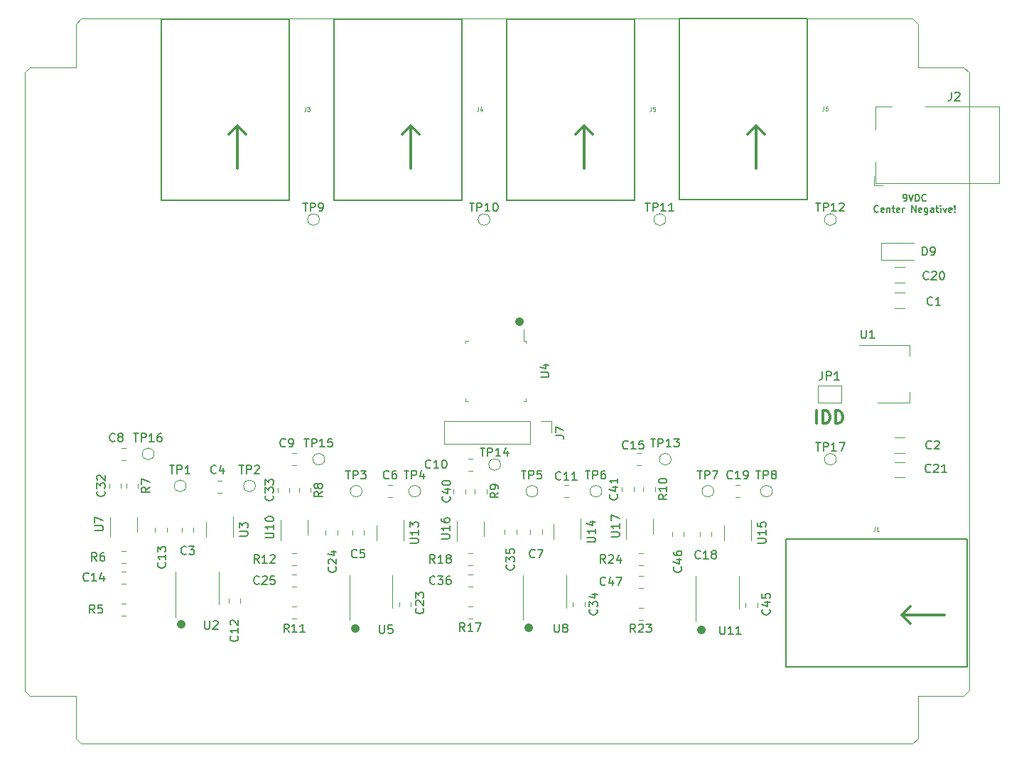
<source format=gbr>
%TF.GenerationSoftware,KiCad,Pcbnew,5.1.6-c6e7f7d~87~ubuntu18.04.1*%
%TF.CreationDate,2020-10-23T07:39:38+01:00*%
%TF.ProjectId,ActiveSplitterPedalWithDigitalPeakDetector,41637469-7665-4537-906c-697474657250,rev?*%
%TF.SameCoordinates,Original*%
%TF.FileFunction,Legend,Top*%
%TF.FilePolarity,Positive*%
%FSLAX46Y46*%
G04 Gerber Fmt 4.6, Leading zero omitted, Abs format (unit mm)*
G04 Created by KiCad (PCBNEW 5.1.6-c6e7f7d~87~ubuntu18.04.1) date 2020-10-23 07:39:38*
%MOMM*%
%LPD*%
G01*
G04 APERTURE LIST*
%ADD10C,0.300000*%
%ADD11C,1.000000*%
%ADD12C,0.150000*%
%TA.AperFunction,Profile*%
%ADD13C,0.050000*%
%TD*%
%ADD14C,0.120000*%
%ADD15C,0.125000*%
G04 APERTURE END LIST*
D10*
X174268000Y-92880571D02*
X174268000Y-91380571D01*
X174982285Y-92880571D02*
X174982285Y-91380571D01*
X175339428Y-91380571D01*
X175553714Y-91452000D01*
X175696571Y-91594857D01*
X175768000Y-91737714D01*
X175839428Y-92023428D01*
X175839428Y-92237714D01*
X175768000Y-92523428D01*
X175696571Y-92666285D01*
X175553714Y-92809142D01*
X175339428Y-92880571D01*
X174982285Y-92880571D01*
X176482285Y-92880571D02*
X176482285Y-91380571D01*
X176839428Y-91380571D01*
X177053714Y-91452000D01*
X177196571Y-91594857D01*
X177268000Y-91737714D01*
X177339428Y-92023428D01*
X177339428Y-92237714D01*
X177268000Y-92523428D01*
X177196571Y-92666285D01*
X177053714Y-92809142D01*
X176839428Y-92880571D01*
X176482285Y-92880571D01*
D11*
X138811000Y-80772000D02*
G75*
G03*
X138811000Y-80772000I0J0D01*
G01*
X160528000Y-117475000D02*
G75*
G03*
X160528000Y-117475000I0J0D01*
G01*
X139954000Y-117221000D02*
G75*
G03*
X139954000Y-117221000I0J0D01*
G01*
X119253000Y-117348000D02*
G75*
G03*
X119253000Y-117348000I0J0D01*
G01*
D12*
X184632761Y-66361904D02*
X184785142Y-66361904D01*
X184861333Y-66323809D01*
X184899428Y-66285714D01*
X184975619Y-66171428D01*
X185013714Y-66019047D01*
X185013714Y-65714285D01*
X184975619Y-65638095D01*
X184937523Y-65600000D01*
X184861333Y-65561904D01*
X184708952Y-65561904D01*
X184632761Y-65600000D01*
X184594666Y-65638095D01*
X184556571Y-65714285D01*
X184556571Y-65904761D01*
X184594666Y-65980952D01*
X184632761Y-66019047D01*
X184708952Y-66057142D01*
X184861333Y-66057142D01*
X184937523Y-66019047D01*
X184975619Y-65980952D01*
X185013714Y-65904761D01*
X185242285Y-65561904D02*
X185508952Y-66361904D01*
X185775619Y-65561904D01*
X186042285Y-66361904D02*
X186042285Y-65561904D01*
X186232761Y-65561904D01*
X186347047Y-65600000D01*
X186423238Y-65676190D01*
X186461333Y-65752380D01*
X186499428Y-65904761D01*
X186499428Y-66019047D01*
X186461333Y-66171428D01*
X186423238Y-66247619D01*
X186347047Y-66323809D01*
X186232761Y-66361904D01*
X186042285Y-66361904D01*
X187299428Y-66285714D02*
X187261333Y-66323809D01*
X187147047Y-66361904D01*
X187070857Y-66361904D01*
X186956571Y-66323809D01*
X186880380Y-66247619D01*
X186842285Y-66171428D01*
X186804190Y-66019047D01*
X186804190Y-65904761D01*
X186842285Y-65752380D01*
X186880380Y-65676190D01*
X186956571Y-65600000D01*
X187070857Y-65561904D01*
X187147047Y-65561904D01*
X187261333Y-65600000D01*
X187299428Y-65638095D01*
X181604190Y-67635714D02*
X181566095Y-67673809D01*
X181451809Y-67711904D01*
X181375619Y-67711904D01*
X181261333Y-67673809D01*
X181185142Y-67597619D01*
X181147047Y-67521428D01*
X181108952Y-67369047D01*
X181108952Y-67254761D01*
X181147047Y-67102380D01*
X181185142Y-67026190D01*
X181261333Y-66950000D01*
X181375619Y-66911904D01*
X181451809Y-66911904D01*
X181566095Y-66950000D01*
X181604190Y-66988095D01*
X182251809Y-67673809D02*
X182175619Y-67711904D01*
X182023238Y-67711904D01*
X181947047Y-67673809D01*
X181908952Y-67597619D01*
X181908952Y-67292857D01*
X181947047Y-67216666D01*
X182023238Y-67178571D01*
X182175619Y-67178571D01*
X182251809Y-67216666D01*
X182289904Y-67292857D01*
X182289904Y-67369047D01*
X181908952Y-67445238D01*
X182632761Y-67178571D02*
X182632761Y-67711904D01*
X182632761Y-67254761D02*
X182670857Y-67216666D01*
X182747047Y-67178571D01*
X182861333Y-67178571D01*
X182937523Y-67216666D01*
X182975619Y-67292857D01*
X182975619Y-67711904D01*
X183242285Y-67178571D02*
X183547047Y-67178571D01*
X183356571Y-66911904D02*
X183356571Y-67597619D01*
X183394666Y-67673809D01*
X183470857Y-67711904D01*
X183547047Y-67711904D01*
X184118476Y-67673809D02*
X184042285Y-67711904D01*
X183889904Y-67711904D01*
X183813714Y-67673809D01*
X183775619Y-67597619D01*
X183775619Y-67292857D01*
X183813714Y-67216666D01*
X183889904Y-67178571D01*
X184042285Y-67178571D01*
X184118476Y-67216666D01*
X184156571Y-67292857D01*
X184156571Y-67369047D01*
X183775619Y-67445238D01*
X184499428Y-67711904D02*
X184499428Y-67178571D01*
X184499428Y-67330952D02*
X184537523Y-67254761D01*
X184575619Y-67216666D01*
X184651809Y-67178571D01*
X184728000Y-67178571D01*
X185604190Y-67711904D02*
X185604190Y-66911904D01*
X186061333Y-67711904D01*
X186061333Y-66911904D01*
X186747047Y-67673809D02*
X186670857Y-67711904D01*
X186518476Y-67711904D01*
X186442285Y-67673809D01*
X186404190Y-67597619D01*
X186404190Y-67292857D01*
X186442285Y-67216666D01*
X186518476Y-67178571D01*
X186670857Y-67178571D01*
X186747047Y-67216666D01*
X186785142Y-67292857D01*
X186785142Y-67369047D01*
X186404190Y-67445238D01*
X187470857Y-67178571D02*
X187470857Y-67826190D01*
X187432761Y-67902380D01*
X187394666Y-67940476D01*
X187318476Y-67978571D01*
X187204190Y-67978571D01*
X187128000Y-67940476D01*
X187470857Y-67673809D02*
X187394666Y-67711904D01*
X187242285Y-67711904D01*
X187166095Y-67673809D01*
X187128000Y-67635714D01*
X187089904Y-67559523D01*
X187089904Y-67330952D01*
X187128000Y-67254761D01*
X187166095Y-67216666D01*
X187242285Y-67178571D01*
X187394666Y-67178571D01*
X187470857Y-67216666D01*
X188194666Y-67711904D02*
X188194666Y-67292857D01*
X188156571Y-67216666D01*
X188080380Y-67178571D01*
X187928000Y-67178571D01*
X187851809Y-67216666D01*
X188194666Y-67673809D02*
X188118476Y-67711904D01*
X187928000Y-67711904D01*
X187851809Y-67673809D01*
X187813714Y-67597619D01*
X187813714Y-67521428D01*
X187851809Y-67445238D01*
X187928000Y-67407142D01*
X188118476Y-67407142D01*
X188194666Y-67369047D01*
X188461333Y-67178571D02*
X188766095Y-67178571D01*
X188575619Y-66911904D02*
X188575619Y-67597619D01*
X188613714Y-67673809D01*
X188689904Y-67711904D01*
X188766095Y-67711904D01*
X189032761Y-67711904D02*
X189032761Y-67178571D01*
X189032761Y-66911904D02*
X188994666Y-66950000D01*
X189032761Y-66988095D01*
X189070857Y-66950000D01*
X189032761Y-66911904D01*
X189032761Y-66988095D01*
X189337523Y-67178571D02*
X189528000Y-67711904D01*
X189718476Y-67178571D01*
X190328000Y-67673809D02*
X190251809Y-67711904D01*
X190099428Y-67711904D01*
X190023238Y-67673809D01*
X189985142Y-67597619D01*
X189985142Y-67292857D01*
X190023238Y-67216666D01*
X190099428Y-67178571D01*
X190251809Y-67178571D01*
X190328000Y-67216666D01*
X190366095Y-67292857D01*
X190366095Y-67369047D01*
X189985142Y-67445238D01*
X190708952Y-67635714D02*
X190747047Y-67673809D01*
X190708952Y-67711904D01*
X190670857Y-67673809D01*
X190708952Y-67635714D01*
X190708952Y-67711904D01*
X190708952Y-67407142D02*
X190670857Y-66950000D01*
X190708952Y-66911904D01*
X190747047Y-66950000D01*
X190708952Y-67407142D01*
X190708952Y-66911904D01*
D11*
X98552000Y-116840000D02*
G75*
G03*
X98552000Y-116840000I0J0D01*
G01*
D10*
X184404000Y-115722400D02*
X185420000Y-116738400D01*
X184404000Y-115722400D02*
X189484000Y-115722400D01*
X184404000Y-115722400D02*
X185420000Y-114706400D01*
X167005000Y-57404000D02*
X168021000Y-58420000D01*
X167005000Y-57404000D02*
X165989000Y-58420000D01*
X167005000Y-57404000D02*
X167005000Y-62484000D01*
X146507200Y-57404000D02*
X147523200Y-58420000D01*
X146507200Y-57404000D02*
X146507200Y-62484000D01*
X146507200Y-57404000D02*
X145491200Y-58420000D01*
X125857000Y-57404000D02*
X126873000Y-58420000D01*
X125857000Y-57404000D02*
X125857000Y-62484000D01*
X125857000Y-57404000D02*
X124841000Y-58420000D01*
X105257600Y-57404000D02*
X106273600Y-58420000D01*
X105257600Y-57404000D02*
X105257600Y-62484000D01*
X105257600Y-57404000D02*
X104241600Y-58420000D01*
D13*
X186309000Y-130429000D02*
X185674000Y-131064000D01*
X186309000Y-125349000D02*
X186309000Y-130429000D01*
X191770000Y-125349000D02*
X186309000Y-125349000D01*
X192405000Y-124714000D02*
X191770000Y-125349000D01*
X192405000Y-51054000D02*
X192405000Y-124714000D01*
X191770000Y-50419000D02*
X192405000Y-51054000D01*
X186309000Y-50419000D02*
X191770000Y-50419000D01*
X186309000Y-45275500D02*
X186309000Y-50419000D01*
X185674000Y-44640500D02*
X186309000Y-45275500D01*
X86614000Y-44640500D02*
X185674000Y-44640500D01*
X85979000Y-45275500D02*
X86614000Y-44640500D01*
X85979000Y-50419000D02*
X85979000Y-45275500D01*
X80518000Y-50419000D02*
X85979000Y-50419000D01*
X79883000Y-51054000D02*
X80518000Y-50419000D01*
X79883000Y-124777500D02*
X79883000Y-51054000D01*
X80518000Y-125412500D02*
X79883000Y-124777500D01*
X85979000Y-125412500D02*
X80518000Y-125412500D01*
X85979000Y-130429000D02*
X85979000Y-125412500D01*
X86614000Y-131064000D02*
X85979000Y-130429000D01*
X185674000Y-131064000D02*
X86614000Y-131064000D01*
D14*
%TO.C,TP17*%
X176595000Y-97155000D02*
G75*
G03*
X176595000Y-97155000I-700000J0D01*
G01*
%TO.C,TP16*%
X95315000Y-96520000D02*
G75*
G03*
X95315000Y-96520000I-700000J0D01*
G01*
%TO.C,TP15*%
X115635000Y-97155000D02*
G75*
G03*
X115635000Y-97155000I-700000J0D01*
G01*
%TO.C,TP14*%
X136590000Y-97790000D02*
G75*
G03*
X136590000Y-97790000I-700000J0D01*
G01*
%TO.C,TP13*%
X156910000Y-97155000D02*
G75*
G03*
X156910000Y-97155000I-700000J0D01*
G01*
%TO.C,TP12*%
X176595000Y-68580000D02*
G75*
G03*
X176595000Y-68580000I-700000J0D01*
G01*
%TO.C,TP11*%
X156275000Y-68580000D02*
G75*
G03*
X156275000Y-68580000I-700000J0D01*
G01*
%TO.C,TP10*%
X135320000Y-68580000D02*
G75*
G03*
X135320000Y-68580000I-700000J0D01*
G01*
%TO.C,TP9*%
X115000000Y-68580000D02*
G75*
G03*
X115000000Y-68580000I-700000J0D01*
G01*
%TO.C,TP8*%
X168975000Y-100965000D02*
G75*
G03*
X168975000Y-100965000I-700000J0D01*
G01*
%TO.C,TP7*%
X161990000Y-100965000D02*
G75*
G03*
X161990000Y-100965000I-700000J0D01*
G01*
%TO.C,TP6*%
X148655000Y-100965000D02*
G75*
G03*
X148655000Y-100965000I-700000J0D01*
G01*
%TO.C,TP5*%
X141035000Y-100965000D02*
G75*
G03*
X141035000Y-100965000I-700000J0D01*
G01*
%TO.C,TP4*%
X127065000Y-100965000D02*
G75*
G03*
X127065000Y-100965000I-700000J0D01*
G01*
%TO.C,TP3*%
X120080000Y-100965000D02*
G75*
G03*
X120080000Y-100965000I-700000J0D01*
G01*
%TO.C,TP2*%
X107380000Y-100330000D02*
G75*
G03*
X107380000Y-100330000I-700000J0D01*
G01*
%TO.C,TP1*%
X99125000Y-100330000D02*
G75*
G03*
X99125000Y-100330000I-700000J0D01*
G01*
%TO.C,C1*%
X183547936Y-77322000D02*
X184752064Y-77322000D01*
X183547936Y-79142000D02*
X184752064Y-79142000D01*
%TO.C,U17*%
X151582000Y-104256000D02*
X151582000Y-106706000D01*
X154802000Y-106056000D02*
X154802000Y-104256000D01*
%TO.C,U16*%
X131359000Y-104510000D02*
X131359000Y-106960000D01*
X134579000Y-106310000D02*
X134579000Y-104510000D01*
%TO.C,U15*%
X166456000Y-106818000D02*
X166456000Y-104368000D01*
X163236000Y-105018000D02*
X163236000Y-106818000D01*
%TO.C,U14*%
X146136000Y-106691000D02*
X146136000Y-104241000D01*
X142916000Y-104891000D02*
X142916000Y-106691000D01*
%TO.C,U13*%
X125054000Y-106818000D02*
X125054000Y-104368000D01*
X121834000Y-105018000D02*
X121834000Y-106818000D01*
%TO.C,U10*%
X110404000Y-104383000D02*
X110404000Y-106833000D01*
X113624000Y-106183000D02*
X113624000Y-104383000D01*
%TO.C,U7*%
X90084000Y-104002000D02*
X90084000Y-106452000D01*
X93304000Y-105802000D02*
X93304000Y-104002000D01*
%TO.C,U4*%
X139327000Y-83004000D02*
X139327000Y-81689000D01*
X139627000Y-83004000D02*
X139327000Y-83004000D01*
X139627000Y-83304000D02*
X139627000Y-83004000D01*
X139627000Y-90224000D02*
X139327000Y-90224000D01*
X139627000Y-89924000D02*
X139627000Y-90224000D01*
X132407000Y-83004000D02*
X132707000Y-83004000D01*
X132407000Y-83304000D02*
X132407000Y-83004000D01*
X132407000Y-90224000D02*
X132707000Y-90224000D01*
X132407000Y-89924000D02*
X132407000Y-90224000D01*
%TO.C,U3*%
X104734000Y-106437000D02*
X104734000Y-103987000D01*
X101514000Y-104637000D02*
X101514000Y-106437000D01*
%TO.C,U1*%
X179288000Y-83585000D02*
X185298000Y-83585000D01*
X181538000Y-90405000D02*
X185298000Y-90405000D01*
X185298000Y-83585000D02*
X185298000Y-84845000D01*
X185298000Y-90405000D02*
X185298000Y-89145000D01*
%TO.C,R10*%
X153595000Y-100449748D02*
X153595000Y-100972252D01*
X155015000Y-100449748D02*
X155015000Y-100972252D01*
%TO.C,R9*%
X133529000Y-100703748D02*
X133529000Y-101226252D01*
X134949000Y-100703748D02*
X134949000Y-101226252D01*
%TO.C,R8*%
X112574000Y-100576748D02*
X112574000Y-101099252D01*
X113994000Y-100576748D02*
X113994000Y-101099252D01*
%TO.C,R7*%
X92000000Y-100068748D02*
X92000000Y-100591252D01*
X93420000Y-100068748D02*
X93420000Y-100591252D01*
%TO.C,JP1*%
X177168000Y-90408000D02*
X174368000Y-90408000D01*
X174368000Y-90408000D02*
X174368000Y-88408000D01*
X174368000Y-88408000D02*
X177168000Y-88408000D01*
X177168000Y-88408000D02*
X177168000Y-90408000D01*
%TO.C,J7*%
X142681000Y-92650000D02*
X142681000Y-93980000D01*
X141351000Y-92650000D02*
X142681000Y-92650000D01*
X140081000Y-92650000D02*
X140081000Y-95310000D01*
X140081000Y-95310000D02*
X129861000Y-95310000D01*
X140081000Y-92650000D02*
X129861000Y-92650000D01*
X129861000Y-92650000D02*
X129861000Y-95310000D01*
%TO.C,C41*%
X152475000Y-100972252D02*
X152475000Y-100449748D01*
X151055000Y-100972252D02*
X151055000Y-100449748D01*
%TO.C,C40*%
X132409000Y-101226252D02*
X132409000Y-100703748D01*
X130989000Y-101226252D02*
X130989000Y-100703748D01*
%TO.C,C33*%
X111454000Y-101099252D02*
X111454000Y-100576748D01*
X110034000Y-101099252D02*
X110034000Y-100576748D01*
%TO.C,C32*%
X91388000Y-100591252D02*
X91388000Y-100068748D01*
X89968000Y-100591252D02*
X89968000Y-100068748D01*
%TO.C,C21*%
X183547936Y-99335000D02*
X184752064Y-99335000D01*
X183547936Y-97515000D02*
X184752064Y-97515000D01*
%TO.C,C20*%
X183547936Y-76094000D02*
X184752064Y-76094000D01*
X183547936Y-74274000D02*
X184752064Y-74274000D01*
%TO.C,C19*%
X165107252Y-100255000D02*
X164584748Y-100255000D01*
X165107252Y-101675000D02*
X164584748Y-101675000D01*
%TO.C,C18*%
X160326000Y-105783748D02*
X160326000Y-106306252D01*
X161746000Y-105783748D02*
X161746000Y-106306252D01*
%TO.C,C15*%
X153296252Y-96445000D02*
X152773748Y-96445000D01*
X153296252Y-97865000D02*
X152773748Y-97865000D01*
%TO.C,C11*%
X144660252Y-100255000D02*
X144137748Y-100255000D01*
X144660252Y-101675000D02*
X144137748Y-101675000D01*
%TO.C,C10*%
X133230252Y-97080000D02*
X132707748Y-97080000D01*
X133230252Y-98500000D02*
X132707748Y-98500000D01*
%TO.C,C9*%
X112275252Y-96445000D02*
X111752748Y-96445000D01*
X112275252Y-97865000D02*
X111752748Y-97865000D01*
%TO.C,C8*%
X91955252Y-95810000D02*
X91432748Y-95810000D01*
X91955252Y-97230000D02*
X91432748Y-97230000D01*
%TO.C,C7*%
X140133000Y-105529748D02*
X140133000Y-106052252D01*
X141553000Y-105529748D02*
X141553000Y-106052252D01*
%TO.C,C6*%
X123705252Y-100255000D02*
X123182748Y-100255000D01*
X123705252Y-101675000D02*
X123182748Y-101675000D01*
%TO.C,C5*%
X118924000Y-105656748D02*
X118924000Y-106179252D01*
X120344000Y-105656748D02*
X120344000Y-106179252D01*
%TO.C,C4*%
X103385252Y-99747000D02*
X102862748Y-99747000D01*
X103385252Y-101167000D02*
X102862748Y-101167000D01*
%TO.C,C3*%
X98604000Y-105275748D02*
X98604000Y-105798252D01*
X100024000Y-105275748D02*
X100024000Y-105798252D01*
%TO.C,C2*%
X183547936Y-94594000D02*
X184752064Y-94594000D01*
X183547936Y-96414000D02*
X184752064Y-96414000D01*
%TO.C,U11*%
X164993000Y-113030000D02*
X164993000Y-111080000D01*
X164993000Y-113030000D02*
X164993000Y-114980000D01*
X159873000Y-113030000D02*
X159873000Y-111080000D01*
X159873000Y-113030000D02*
X159873000Y-116480000D01*
%TO.C,U8*%
X144419000Y-112903000D02*
X144419000Y-110953000D01*
X144419000Y-112903000D02*
X144419000Y-114853000D01*
X139299000Y-112903000D02*
X139299000Y-110953000D01*
X139299000Y-112903000D02*
X139299000Y-116353000D01*
%TO.C,U5*%
X123718000Y-112903000D02*
X123718000Y-110953000D01*
X123718000Y-112903000D02*
X123718000Y-114853000D01*
X118598000Y-112903000D02*
X118598000Y-110953000D01*
X118598000Y-112903000D02*
X118598000Y-116353000D01*
%TO.C,U2*%
X103017000Y-112522000D02*
X103017000Y-110572000D01*
X103017000Y-112522000D02*
X103017000Y-114472000D01*
X97897000Y-112522000D02*
X97897000Y-110572000D01*
X97897000Y-112522000D02*
X97897000Y-115972000D01*
%TO.C,R24*%
X153550252Y-109803000D02*
X153027748Y-109803000D01*
X153550252Y-108383000D02*
X153027748Y-108383000D01*
%TO.C,R23*%
X153027748Y-114860000D02*
X153550252Y-114860000D01*
X153027748Y-116280000D02*
X153550252Y-116280000D01*
%TO.C,R18*%
X133230252Y-109803000D02*
X132707748Y-109803000D01*
X133230252Y-108383000D02*
X132707748Y-108383000D01*
%TO.C,R17*%
X132707748Y-114733000D02*
X133230252Y-114733000D01*
X132707748Y-116153000D02*
X133230252Y-116153000D01*
%TO.C,R12*%
X112275252Y-109803000D02*
X111752748Y-109803000D01*
X112275252Y-108383000D02*
X111752748Y-108383000D01*
%TO.C,R11*%
X111752748Y-114733000D02*
X112275252Y-114733000D01*
X111752748Y-116153000D02*
X112275252Y-116153000D01*
%TO.C,R6*%
X91955252Y-109549000D02*
X91432748Y-109549000D01*
X91955252Y-108129000D02*
X91432748Y-108129000D01*
%TO.C,R5*%
X91432748Y-114352000D02*
X91955252Y-114352000D01*
X91432748Y-115772000D02*
X91955252Y-115772000D01*
%TO.C,D9*%
X181950000Y-71390000D02*
X181950000Y-73390000D01*
X181950000Y-73390000D02*
X185800000Y-73390000D01*
X181950000Y-71390000D02*
X185800000Y-71390000D01*
%TO.C,C47*%
X153550252Y-112470000D02*
X153027748Y-112470000D01*
X153550252Y-111050000D02*
X153027748Y-111050000D01*
%TO.C,C46*%
X157024000Y-106306252D02*
X157024000Y-105783748D01*
X158444000Y-106306252D02*
X158444000Y-105783748D01*
%TO.C,C45*%
X165787000Y-114815252D02*
X165787000Y-114292748D01*
X167207000Y-114815252D02*
X167207000Y-114292748D01*
%TO.C,C36*%
X133230252Y-112343000D02*
X132707748Y-112343000D01*
X133230252Y-110923000D02*
X132707748Y-110923000D01*
%TO.C,C35*%
X137085000Y-106052252D02*
X137085000Y-105529748D01*
X138505000Y-106052252D02*
X138505000Y-105529748D01*
%TO.C,C34*%
X145213000Y-114688252D02*
X145213000Y-114165748D01*
X146633000Y-114688252D02*
X146633000Y-114165748D01*
%TO.C,C25*%
X112275252Y-112343000D02*
X111752748Y-112343000D01*
X112275252Y-110923000D02*
X111752748Y-110923000D01*
%TO.C,C24*%
X115749000Y-106179252D02*
X115749000Y-105656748D01*
X117169000Y-106179252D02*
X117169000Y-105656748D01*
%TO.C,C23*%
X124512000Y-114688252D02*
X124512000Y-114165748D01*
X125932000Y-114688252D02*
X125932000Y-114165748D01*
%TO.C,C14*%
X91955252Y-111962000D02*
X91432748Y-111962000D01*
X91955252Y-110542000D02*
X91432748Y-110542000D01*
%TO.C,C13*%
X95429000Y-105798252D02*
X95429000Y-105275748D01*
X96849000Y-105798252D02*
X96849000Y-105275748D01*
%TO.C,C12*%
X104192000Y-114307252D02*
X104192000Y-113784748D01*
X105612000Y-114307252D02*
X105612000Y-113784748D01*
D12*
%TO.C,J6*%
X173101000Y-44640500D02*
X157861000Y-44640500D01*
X157861000Y-44640500D02*
X157861000Y-66230500D01*
X157861000Y-66230500D02*
X173101000Y-66230500D01*
X173101000Y-66230500D02*
X173101000Y-44640500D01*
%TO.C,J5*%
X152527000Y-44704000D02*
X137287000Y-44704000D01*
X137287000Y-44704000D02*
X137287000Y-66294000D01*
X137287000Y-66294000D02*
X152527000Y-66294000D01*
X152527000Y-66294000D02*
X152527000Y-44704000D01*
%TO.C,J4*%
X131953000Y-44704000D02*
X116713000Y-44704000D01*
X116713000Y-44704000D02*
X116713000Y-66294000D01*
X116713000Y-66294000D02*
X131953000Y-66294000D01*
X131953000Y-66294000D02*
X131953000Y-44704000D01*
%TO.C,J3*%
X111379000Y-44704000D02*
X96139000Y-44704000D01*
X96139000Y-44704000D02*
X96139000Y-66294000D01*
X96139000Y-66294000D02*
X111379000Y-66294000D01*
X111379000Y-66294000D02*
X111379000Y-44704000D01*
%TO.C,J1*%
X192151000Y-121920000D02*
X192151000Y-106680000D01*
X192151000Y-106680000D02*
X170561000Y-106680000D01*
X170561000Y-106680000D02*
X170561000Y-121920000D01*
X170561000Y-121920000D02*
X192151000Y-121920000D01*
D14*
%TO.C,J2*%
X181281500Y-64290000D02*
X181281500Y-61690000D01*
X195981500Y-64290000D02*
X181281500Y-64290000D01*
X181281500Y-55090000D02*
X183181500Y-55090000D01*
X181281500Y-57790000D02*
X181281500Y-55090000D01*
X195981500Y-55090000D02*
X195981500Y-64290000D01*
X187181500Y-55090000D02*
X195981500Y-55090000D01*
X182131500Y-64490000D02*
X181081500Y-64490000D01*
X181081500Y-63440000D02*
X181081500Y-64490000D01*
%TD*%
%TO.C,TP17*%
D12*
X174156904Y-95159380D02*
X174728333Y-95159380D01*
X174442619Y-96159380D02*
X174442619Y-95159380D01*
X175061666Y-96159380D02*
X175061666Y-95159380D01*
X175442619Y-95159380D01*
X175537857Y-95207000D01*
X175585476Y-95254619D01*
X175633095Y-95349857D01*
X175633095Y-95492714D01*
X175585476Y-95587952D01*
X175537857Y-95635571D01*
X175442619Y-95683190D01*
X175061666Y-95683190D01*
X176585476Y-96159380D02*
X176014047Y-96159380D01*
X176299761Y-96159380D02*
X176299761Y-95159380D01*
X176204523Y-95302238D01*
X176109285Y-95397476D01*
X176014047Y-95445095D01*
X176918809Y-95159380D02*
X177585476Y-95159380D01*
X177156904Y-96159380D01*
%TO.C,TP16*%
X92876904Y-94067380D02*
X93448333Y-94067380D01*
X93162619Y-95067380D02*
X93162619Y-94067380D01*
X93781666Y-95067380D02*
X93781666Y-94067380D01*
X94162619Y-94067380D01*
X94257857Y-94115000D01*
X94305476Y-94162619D01*
X94353095Y-94257857D01*
X94353095Y-94400714D01*
X94305476Y-94495952D01*
X94257857Y-94543571D01*
X94162619Y-94591190D01*
X93781666Y-94591190D01*
X95305476Y-95067380D02*
X94734047Y-95067380D01*
X95019761Y-95067380D02*
X95019761Y-94067380D01*
X94924523Y-94210238D01*
X94829285Y-94305476D01*
X94734047Y-94353095D01*
X96162619Y-94067380D02*
X95972142Y-94067380D01*
X95876904Y-94115000D01*
X95829285Y-94162619D01*
X95734047Y-94305476D01*
X95686428Y-94495952D01*
X95686428Y-94876904D01*
X95734047Y-94972142D01*
X95781666Y-95019761D01*
X95876904Y-95067380D01*
X96067380Y-95067380D01*
X96162619Y-95019761D01*
X96210238Y-94972142D01*
X96257857Y-94876904D01*
X96257857Y-94638809D01*
X96210238Y-94543571D01*
X96162619Y-94495952D01*
X96067380Y-94448333D01*
X95876904Y-94448333D01*
X95781666Y-94495952D01*
X95734047Y-94543571D01*
X95686428Y-94638809D01*
%TO.C,TP15*%
X113196904Y-94702380D02*
X113768333Y-94702380D01*
X113482619Y-95702380D02*
X113482619Y-94702380D01*
X114101666Y-95702380D02*
X114101666Y-94702380D01*
X114482619Y-94702380D01*
X114577857Y-94750000D01*
X114625476Y-94797619D01*
X114673095Y-94892857D01*
X114673095Y-95035714D01*
X114625476Y-95130952D01*
X114577857Y-95178571D01*
X114482619Y-95226190D01*
X114101666Y-95226190D01*
X115625476Y-95702380D02*
X115054047Y-95702380D01*
X115339761Y-95702380D02*
X115339761Y-94702380D01*
X115244523Y-94845238D01*
X115149285Y-94940476D01*
X115054047Y-94988095D01*
X116530238Y-94702380D02*
X116054047Y-94702380D01*
X116006428Y-95178571D01*
X116054047Y-95130952D01*
X116149285Y-95083333D01*
X116387380Y-95083333D01*
X116482619Y-95130952D01*
X116530238Y-95178571D01*
X116577857Y-95273809D01*
X116577857Y-95511904D01*
X116530238Y-95607142D01*
X116482619Y-95654761D01*
X116387380Y-95702380D01*
X116149285Y-95702380D01*
X116054047Y-95654761D01*
X116006428Y-95607142D01*
%TO.C,TP14*%
X134151904Y-95794380D02*
X134723333Y-95794380D01*
X134437619Y-96794380D02*
X134437619Y-95794380D01*
X135056666Y-96794380D02*
X135056666Y-95794380D01*
X135437619Y-95794380D01*
X135532857Y-95842000D01*
X135580476Y-95889619D01*
X135628095Y-95984857D01*
X135628095Y-96127714D01*
X135580476Y-96222952D01*
X135532857Y-96270571D01*
X135437619Y-96318190D01*
X135056666Y-96318190D01*
X136580476Y-96794380D02*
X136009047Y-96794380D01*
X136294761Y-96794380D02*
X136294761Y-95794380D01*
X136199523Y-95937238D01*
X136104285Y-96032476D01*
X136009047Y-96080095D01*
X137437619Y-96127714D02*
X137437619Y-96794380D01*
X137199523Y-95746761D02*
X136961428Y-96461047D01*
X137580476Y-96461047D01*
%TO.C,TP13*%
X154471904Y-94702380D02*
X155043333Y-94702380D01*
X154757619Y-95702380D02*
X154757619Y-94702380D01*
X155376666Y-95702380D02*
X155376666Y-94702380D01*
X155757619Y-94702380D01*
X155852857Y-94750000D01*
X155900476Y-94797619D01*
X155948095Y-94892857D01*
X155948095Y-95035714D01*
X155900476Y-95130952D01*
X155852857Y-95178571D01*
X155757619Y-95226190D01*
X155376666Y-95226190D01*
X156900476Y-95702380D02*
X156329047Y-95702380D01*
X156614761Y-95702380D02*
X156614761Y-94702380D01*
X156519523Y-94845238D01*
X156424285Y-94940476D01*
X156329047Y-94988095D01*
X157233809Y-94702380D02*
X157852857Y-94702380D01*
X157519523Y-95083333D01*
X157662380Y-95083333D01*
X157757619Y-95130952D01*
X157805238Y-95178571D01*
X157852857Y-95273809D01*
X157852857Y-95511904D01*
X157805238Y-95607142D01*
X157757619Y-95654761D01*
X157662380Y-95702380D01*
X157376666Y-95702380D01*
X157281428Y-95654761D01*
X157233809Y-95607142D01*
%TO.C,TP12*%
X174156904Y-66584380D02*
X174728333Y-66584380D01*
X174442619Y-67584380D02*
X174442619Y-66584380D01*
X175061666Y-67584380D02*
X175061666Y-66584380D01*
X175442619Y-66584380D01*
X175537857Y-66632000D01*
X175585476Y-66679619D01*
X175633095Y-66774857D01*
X175633095Y-66917714D01*
X175585476Y-67012952D01*
X175537857Y-67060571D01*
X175442619Y-67108190D01*
X175061666Y-67108190D01*
X176585476Y-67584380D02*
X176014047Y-67584380D01*
X176299761Y-67584380D02*
X176299761Y-66584380D01*
X176204523Y-66727238D01*
X176109285Y-66822476D01*
X176014047Y-66870095D01*
X176966428Y-66679619D02*
X177014047Y-66632000D01*
X177109285Y-66584380D01*
X177347380Y-66584380D01*
X177442619Y-66632000D01*
X177490238Y-66679619D01*
X177537857Y-66774857D01*
X177537857Y-66870095D01*
X177490238Y-67012952D01*
X176918809Y-67584380D01*
X177537857Y-67584380D01*
%TO.C,TP11*%
X153836904Y-66584380D02*
X154408333Y-66584380D01*
X154122619Y-67584380D02*
X154122619Y-66584380D01*
X154741666Y-67584380D02*
X154741666Y-66584380D01*
X155122619Y-66584380D01*
X155217857Y-66632000D01*
X155265476Y-66679619D01*
X155313095Y-66774857D01*
X155313095Y-66917714D01*
X155265476Y-67012952D01*
X155217857Y-67060571D01*
X155122619Y-67108190D01*
X154741666Y-67108190D01*
X156265476Y-67584380D02*
X155694047Y-67584380D01*
X155979761Y-67584380D02*
X155979761Y-66584380D01*
X155884523Y-66727238D01*
X155789285Y-66822476D01*
X155694047Y-66870095D01*
X157217857Y-67584380D02*
X156646428Y-67584380D01*
X156932142Y-67584380D02*
X156932142Y-66584380D01*
X156836904Y-66727238D01*
X156741666Y-66822476D01*
X156646428Y-66870095D01*
%TO.C,TP10*%
X132881904Y-66584380D02*
X133453333Y-66584380D01*
X133167619Y-67584380D02*
X133167619Y-66584380D01*
X133786666Y-67584380D02*
X133786666Y-66584380D01*
X134167619Y-66584380D01*
X134262857Y-66632000D01*
X134310476Y-66679619D01*
X134358095Y-66774857D01*
X134358095Y-66917714D01*
X134310476Y-67012952D01*
X134262857Y-67060571D01*
X134167619Y-67108190D01*
X133786666Y-67108190D01*
X135310476Y-67584380D02*
X134739047Y-67584380D01*
X135024761Y-67584380D02*
X135024761Y-66584380D01*
X134929523Y-66727238D01*
X134834285Y-66822476D01*
X134739047Y-66870095D01*
X135929523Y-66584380D02*
X136024761Y-66584380D01*
X136120000Y-66632000D01*
X136167619Y-66679619D01*
X136215238Y-66774857D01*
X136262857Y-66965333D01*
X136262857Y-67203428D01*
X136215238Y-67393904D01*
X136167619Y-67489142D01*
X136120000Y-67536761D01*
X136024761Y-67584380D01*
X135929523Y-67584380D01*
X135834285Y-67536761D01*
X135786666Y-67489142D01*
X135739047Y-67393904D01*
X135691428Y-67203428D01*
X135691428Y-66965333D01*
X135739047Y-66774857D01*
X135786666Y-66679619D01*
X135834285Y-66632000D01*
X135929523Y-66584380D01*
%TO.C,TP9*%
X113038095Y-66584380D02*
X113609523Y-66584380D01*
X113323809Y-67584380D02*
X113323809Y-66584380D01*
X113942857Y-67584380D02*
X113942857Y-66584380D01*
X114323809Y-66584380D01*
X114419047Y-66632000D01*
X114466666Y-66679619D01*
X114514285Y-66774857D01*
X114514285Y-66917714D01*
X114466666Y-67012952D01*
X114419047Y-67060571D01*
X114323809Y-67108190D01*
X113942857Y-67108190D01*
X114990476Y-67584380D02*
X115180952Y-67584380D01*
X115276190Y-67536761D01*
X115323809Y-67489142D01*
X115419047Y-67346285D01*
X115466666Y-67155809D01*
X115466666Y-66774857D01*
X115419047Y-66679619D01*
X115371428Y-66632000D01*
X115276190Y-66584380D01*
X115085714Y-66584380D01*
X114990476Y-66632000D01*
X114942857Y-66679619D01*
X114895238Y-66774857D01*
X114895238Y-67012952D01*
X114942857Y-67108190D01*
X114990476Y-67155809D01*
X115085714Y-67203428D01*
X115276190Y-67203428D01*
X115371428Y-67155809D01*
X115419047Y-67108190D01*
X115466666Y-67012952D01*
%TO.C,TP8*%
X167013095Y-98512380D02*
X167584523Y-98512380D01*
X167298809Y-99512380D02*
X167298809Y-98512380D01*
X167917857Y-99512380D02*
X167917857Y-98512380D01*
X168298809Y-98512380D01*
X168394047Y-98560000D01*
X168441666Y-98607619D01*
X168489285Y-98702857D01*
X168489285Y-98845714D01*
X168441666Y-98940952D01*
X168394047Y-98988571D01*
X168298809Y-99036190D01*
X167917857Y-99036190D01*
X169060714Y-98940952D02*
X168965476Y-98893333D01*
X168917857Y-98845714D01*
X168870238Y-98750476D01*
X168870238Y-98702857D01*
X168917857Y-98607619D01*
X168965476Y-98560000D01*
X169060714Y-98512380D01*
X169251190Y-98512380D01*
X169346428Y-98560000D01*
X169394047Y-98607619D01*
X169441666Y-98702857D01*
X169441666Y-98750476D01*
X169394047Y-98845714D01*
X169346428Y-98893333D01*
X169251190Y-98940952D01*
X169060714Y-98940952D01*
X168965476Y-98988571D01*
X168917857Y-99036190D01*
X168870238Y-99131428D01*
X168870238Y-99321904D01*
X168917857Y-99417142D01*
X168965476Y-99464761D01*
X169060714Y-99512380D01*
X169251190Y-99512380D01*
X169346428Y-99464761D01*
X169394047Y-99417142D01*
X169441666Y-99321904D01*
X169441666Y-99131428D01*
X169394047Y-99036190D01*
X169346428Y-98988571D01*
X169251190Y-98940952D01*
%TO.C,TP7*%
X160028095Y-98512380D02*
X160599523Y-98512380D01*
X160313809Y-99512380D02*
X160313809Y-98512380D01*
X160932857Y-99512380D02*
X160932857Y-98512380D01*
X161313809Y-98512380D01*
X161409047Y-98560000D01*
X161456666Y-98607619D01*
X161504285Y-98702857D01*
X161504285Y-98845714D01*
X161456666Y-98940952D01*
X161409047Y-98988571D01*
X161313809Y-99036190D01*
X160932857Y-99036190D01*
X161837619Y-98512380D02*
X162504285Y-98512380D01*
X162075714Y-99512380D01*
%TO.C,TP6*%
X146693095Y-98512380D02*
X147264523Y-98512380D01*
X146978809Y-99512380D02*
X146978809Y-98512380D01*
X147597857Y-99512380D02*
X147597857Y-98512380D01*
X147978809Y-98512380D01*
X148074047Y-98560000D01*
X148121666Y-98607619D01*
X148169285Y-98702857D01*
X148169285Y-98845714D01*
X148121666Y-98940952D01*
X148074047Y-98988571D01*
X147978809Y-99036190D01*
X147597857Y-99036190D01*
X149026428Y-98512380D02*
X148835952Y-98512380D01*
X148740714Y-98560000D01*
X148693095Y-98607619D01*
X148597857Y-98750476D01*
X148550238Y-98940952D01*
X148550238Y-99321904D01*
X148597857Y-99417142D01*
X148645476Y-99464761D01*
X148740714Y-99512380D01*
X148931190Y-99512380D01*
X149026428Y-99464761D01*
X149074047Y-99417142D01*
X149121666Y-99321904D01*
X149121666Y-99083809D01*
X149074047Y-98988571D01*
X149026428Y-98940952D01*
X148931190Y-98893333D01*
X148740714Y-98893333D01*
X148645476Y-98940952D01*
X148597857Y-98988571D01*
X148550238Y-99083809D01*
%TO.C,TP5*%
X139073095Y-98512380D02*
X139644523Y-98512380D01*
X139358809Y-99512380D02*
X139358809Y-98512380D01*
X139977857Y-99512380D02*
X139977857Y-98512380D01*
X140358809Y-98512380D01*
X140454047Y-98560000D01*
X140501666Y-98607619D01*
X140549285Y-98702857D01*
X140549285Y-98845714D01*
X140501666Y-98940952D01*
X140454047Y-98988571D01*
X140358809Y-99036190D01*
X139977857Y-99036190D01*
X141454047Y-98512380D02*
X140977857Y-98512380D01*
X140930238Y-98988571D01*
X140977857Y-98940952D01*
X141073095Y-98893333D01*
X141311190Y-98893333D01*
X141406428Y-98940952D01*
X141454047Y-98988571D01*
X141501666Y-99083809D01*
X141501666Y-99321904D01*
X141454047Y-99417142D01*
X141406428Y-99464761D01*
X141311190Y-99512380D01*
X141073095Y-99512380D01*
X140977857Y-99464761D01*
X140930238Y-99417142D01*
%TO.C,TP4*%
X125103095Y-98512380D02*
X125674523Y-98512380D01*
X125388809Y-99512380D02*
X125388809Y-98512380D01*
X126007857Y-99512380D02*
X126007857Y-98512380D01*
X126388809Y-98512380D01*
X126484047Y-98560000D01*
X126531666Y-98607619D01*
X126579285Y-98702857D01*
X126579285Y-98845714D01*
X126531666Y-98940952D01*
X126484047Y-98988571D01*
X126388809Y-99036190D01*
X126007857Y-99036190D01*
X127436428Y-98845714D02*
X127436428Y-99512380D01*
X127198333Y-98464761D02*
X126960238Y-99179047D01*
X127579285Y-99179047D01*
%TO.C,TP3*%
X118118095Y-98512380D02*
X118689523Y-98512380D01*
X118403809Y-99512380D02*
X118403809Y-98512380D01*
X119022857Y-99512380D02*
X119022857Y-98512380D01*
X119403809Y-98512380D01*
X119499047Y-98560000D01*
X119546666Y-98607619D01*
X119594285Y-98702857D01*
X119594285Y-98845714D01*
X119546666Y-98940952D01*
X119499047Y-98988571D01*
X119403809Y-99036190D01*
X119022857Y-99036190D01*
X119927619Y-98512380D02*
X120546666Y-98512380D01*
X120213333Y-98893333D01*
X120356190Y-98893333D01*
X120451428Y-98940952D01*
X120499047Y-98988571D01*
X120546666Y-99083809D01*
X120546666Y-99321904D01*
X120499047Y-99417142D01*
X120451428Y-99464761D01*
X120356190Y-99512380D01*
X120070476Y-99512380D01*
X119975238Y-99464761D01*
X119927619Y-99417142D01*
%TO.C,TP2*%
X105418095Y-97877380D02*
X105989523Y-97877380D01*
X105703809Y-98877380D02*
X105703809Y-97877380D01*
X106322857Y-98877380D02*
X106322857Y-97877380D01*
X106703809Y-97877380D01*
X106799047Y-97925000D01*
X106846666Y-97972619D01*
X106894285Y-98067857D01*
X106894285Y-98210714D01*
X106846666Y-98305952D01*
X106799047Y-98353571D01*
X106703809Y-98401190D01*
X106322857Y-98401190D01*
X107275238Y-97972619D02*
X107322857Y-97925000D01*
X107418095Y-97877380D01*
X107656190Y-97877380D01*
X107751428Y-97925000D01*
X107799047Y-97972619D01*
X107846666Y-98067857D01*
X107846666Y-98163095D01*
X107799047Y-98305952D01*
X107227619Y-98877380D01*
X107846666Y-98877380D01*
%TO.C,TP1*%
X97163095Y-97877380D02*
X97734523Y-97877380D01*
X97448809Y-98877380D02*
X97448809Y-97877380D01*
X98067857Y-98877380D02*
X98067857Y-97877380D01*
X98448809Y-97877380D01*
X98544047Y-97925000D01*
X98591666Y-97972619D01*
X98639285Y-98067857D01*
X98639285Y-98210714D01*
X98591666Y-98305952D01*
X98544047Y-98353571D01*
X98448809Y-98401190D01*
X98067857Y-98401190D01*
X99591666Y-98877380D02*
X99020238Y-98877380D01*
X99305952Y-98877380D02*
X99305952Y-97877380D01*
X99210714Y-98020238D01*
X99115476Y-98115476D01*
X99020238Y-98163095D01*
%TO.C,C1*%
X188047333Y-78716142D02*
X187999714Y-78763761D01*
X187856857Y-78811380D01*
X187761619Y-78811380D01*
X187618761Y-78763761D01*
X187523523Y-78668523D01*
X187475904Y-78573285D01*
X187428285Y-78382809D01*
X187428285Y-78239952D01*
X187475904Y-78049476D01*
X187523523Y-77954238D01*
X187618761Y-77859000D01*
X187761619Y-77811380D01*
X187856857Y-77811380D01*
X187999714Y-77859000D01*
X188047333Y-77906619D01*
X188999714Y-78811380D02*
X188428285Y-78811380D01*
X188714000Y-78811380D02*
X188714000Y-77811380D01*
X188618761Y-77954238D01*
X188523523Y-78049476D01*
X188428285Y-78097095D01*
%TO.C,U17*%
X149744380Y-106394095D02*
X150553904Y-106394095D01*
X150649142Y-106346476D01*
X150696761Y-106298857D01*
X150744380Y-106203619D01*
X150744380Y-106013142D01*
X150696761Y-105917904D01*
X150649142Y-105870285D01*
X150553904Y-105822666D01*
X149744380Y-105822666D01*
X150744380Y-104822666D02*
X150744380Y-105394095D01*
X150744380Y-105108380D02*
X149744380Y-105108380D01*
X149887238Y-105203619D01*
X149982476Y-105298857D01*
X150030095Y-105394095D01*
X149744380Y-104489333D02*
X149744380Y-103822666D01*
X150744380Y-104251238D01*
%TO.C,U16*%
X129521380Y-106648095D02*
X130330904Y-106648095D01*
X130426142Y-106600476D01*
X130473761Y-106552857D01*
X130521380Y-106457619D01*
X130521380Y-106267142D01*
X130473761Y-106171904D01*
X130426142Y-106124285D01*
X130330904Y-106076666D01*
X129521380Y-106076666D01*
X130521380Y-105076666D02*
X130521380Y-105648095D01*
X130521380Y-105362380D02*
X129521380Y-105362380D01*
X129664238Y-105457619D01*
X129759476Y-105552857D01*
X129807095Y-105648095D01*
X129521380Y-104219523D02*
X129521380Y-104410000D01*
X129569000Y-104505238D01*
X129616619Y-104552857D01*
X129759476Y-104648095D01*
X129949952Y-104695714D01*
X130330904Y-104695714D01*
X130426142Y-104648095D01*
X130473761Y-104600476D01*
X130521380Y-104505238D01*
X130521380Y-104314761D01*
X130473761Y-104219523D01*
X130426142Y-104171904D01*
X130330904Y-104124285D01*
X130092809Y-104124285D01*
X129997571Y-104171904D01*
X129949952Y-104219523D01*
X129902333Y-104314761D01*
X129902333Y-104505238D01*
X129949952Y-104600476D01*
X129997571Y-104648095D01*
X130092809Y-104695714D01*
%TO.C,U15*%
X167198380Y-107156095D02*
X168007904Y-107156095D01*
X168103142Y-107108476D01*
X168150761Y-107060857D01*
X168198380Y-106965619D01*
X168198380Y-106775142D01*
X168150761Y-106679904D01*
X168103142Y-106632285D01*
X168007904Y-106584666D01*
X167198380Y-106584666D01*
X168198380Y-105584666D02*
X168198380Y-106156095D01*
X168198380Y-105870380D02*
X167198380Y-105870380D01*
X167341238Y-105965619D01*
X167436476Y-106060857D01*
X167484095Y-106156095D01*
X167198380Y-104679904D02*
X167198380Y-105156095D01*
X167674571Y-105203714D01*
X167626952Y-105156095D01*
X167579333Y-105060857D01*
X167579333Y-104822761D01*
X167626952Y-104727523D01*
X167674571Y-104679904D01*
X167769809Y-104632285D01*
X168007904Y-104632285D01*
X168103142Y-104679904D01*
X168150761Y-104727523D01*
X168198380Y-104822761D01*
X168198380Y-105060857D01*
X168150761Y-105156095D01*
X168103142Y-105203714D01*
%TO.C,U14*%
X146878380Y-107029095D02*
X147687904Y-107029095D01*
X147783142Y-106981476D01*
X147830761Y-106933857D01*
X147878380Y-106838619D01*
X147878380Y-106648142D01*
X147830761Y-106552904D01*
X147783142Y-106505285D01*
X147687904Y-106457666D01*
X146878380Y-106457666D01*
X147878380Y-105457666D02*
X147878380Y-106029095D01*
X147878380Y-105743380D02*
X146878380Y-105743380D01*
X147021238Y-105838619D01*
X147116476Y-105933857D01*
X147164095Y-106029095D01*
X147211714Y-104600523D02*
X147878380Y-104600523D01*
X146830761Y-104838619D02*
X147545047Y-105076714D01*
X147545047Y-104457666D01*
%TO.C,U13*%
X125796380Y-107156095D02*
X126605904Y-107156095D01*
X126701142Y-107108476D01*
X126748761Y-107060857D01*
X126796380Y-106965619D01*
X126796380Y-106775142D01*
X126748761Y-106679904D01*
X126701142Y-106632285D01*
X126605904Y-106584666D01*
X125796380Y-106584666D01*
X126796380Y-105584666D02*
X126796380Y-106156095D01*
X126796380Y-105870380D02*
X125796380Y-105870380D01*
X125939238Y-105965619D01*
X126034476Y-106060857D01*
X126082095Y-106156095D01*
X125796380Y-105251333D02*
X125796380Y-104632285D01*
X126177333Y-104965619D01*
X126177333Y-104822761D01*
X126224952Y-104727523D01*
X126272571Y-104679904D01*
X126367809Y-104632285D01*
X126605904Y-104632285D01*
X126701142Y-104679904D01*
X126748761Y-104727523D01*
X126796380Y-104822761D01*
X126796380Y-105108476D01*
X126748761Y-105203714D01*
X126701142Y-105251333D01*
%TO.C,U10*%
X108566380Y-106521095D02*
X109375904Y-106521095D01*
X109471142Y-106473476D01*
X109518761Y-106425857D01*
X109566380Y-106330619D01*
X109566380Y-106140142D01*
X109518761Y-106044904D01*
X109471142Y-105997285D01*
X109375904Y-105949666D01*
X108566380Y-105949666D01*
X109566380Y-104949666D02*
X109566380Y-105521095D01*
X109566380Y-105235380D02*
X108566380Y-105235380D01*
X108709238Y-105330619D01*
X108804476Y-105425857D01*
X108852095Y-105521095D01*
X108566380Y-104330619D02*
X108566380Y-104235380D01*
X108614000Y-104140142D01*
X108661619Y-104092523D01*
X108756857Y-104044904D01*
X108947333Y-103997285D01*
X109185428Y-103997285D01*
X109375904Y-104044904D01*
X109471142Y-104092523D01*
X109518761Y-104140142D01*
X109566380Y-104235380D01*
X109566380Y-104330619D01*
X109518761Y-104425857D01*
X109471142Y-104473476D01*
X109375904Y-104521095D01*
X109185428Y-104568714D01*
X108947333Y-104568714D01*
X108756857Y-104521095D01*
X108661619Y-104473476D01*
X108614000Y-104425857D01*
X108566380Y-104330619D01*
%TO.C,U7*%
X88246380Y-105663904D02*
X89055904Y-105663904D01*
X89151142Y-105616285D01*
X89198761Y-105568666D01*
X89246380Y-105473428D01*
X89246380Y-105282952D01*
X89198761Y-105187714D01*
X89151142Y-105140095D01*
X89055904Y-105092476D01*
X88246380Y-105092476D01*
X88246380Y-104711523D02*
X88246380Y-104044857D01*
X89246380Y-104473428D01*
%TO.C,U4*%
X141349380Y-87375904D02*
X142158904Y-87375904D01*
X142254142Y-87328285D01*
X142301761Y-87280666D01*
X142349380Y-87185428D01*
X142349380Y-86994952D01*
X142301761Y-86899714D01*
X142254142Y-86852095D01*
X142158904Y-86804476D01*
X141349380Y-86804476D01*
X141682714Y-85899714D02*
X142349380Y-85899714D01*
X141301761Y-86137809D02*
X142016047Y-86375904D01*
X142016047Y-85756857D01*
%TO.C,U3*%
X105476380Y-106298904D02*
X106285904Y-106298904D01*
X106381142Y-106251285D01*
X106428761Y-106203666D01*
X106476380Y-106108428D01*
X106476380Y-105917952D01*
X106428761Y-105822714D01*
X106381142Y-105775095D01*
X106285904Y-105727476D01*
X105476380Y-105727476D01*
X105476380Y-105346523D02*
X105476380Y-104727476D01*
X105857333Y-105060809D01*
X105857333Y-104917952D01*
X105904952Y-104822714D01*
X105952571Y-104775095D01*
X106047809Y-104727476D01*
X106285904Y-104727476D01*
X106381142Y-104775095D01*
X106428761Y-104822714D01*
X106476380Y-104917952D01*
X106476380Y-105203666D01*
X106428761Y-105298904D01*
X106381142Y-105346523D01*
%TO.C,U1*%
X179578095Y-81748380D02*
X179578095Y-82557904D01*
X179625714Y-82653142D01*
X179673333Y-82700761D01*
X179768571Y-82748380D01*
X179959047Y-82748380D01*
X180054285Y-82700761D01*
X180101904Y-82653142D01*
X180149523Y-82557904D01*
X180149523Y-81748380D01*
X181149523Y-82748380D02*
X180578095Y-82748380D01*
X180863809Y-82748380D02*
X180863809Y-81748380D01*
X180768571Y-81891238D01*
X180673333Y-81986476D01*
X180578095Y-82034095D01*
%TO.C,R10*%
X156407380Y-101353857D02*
X155931190Y-101687190D01*
X156407380Y-101925285D02*
X155407380Y-101925285D01*
X155407380Y-101544333D01*
X155455000Y-101449095D01*
X155502619Y-101401476D01*
X155597857Y-101353857D01*
X155740714Y-101353857D01*
X155835952Y-101401476D01*
X155883571Y-101449095D01*
X155931190Y-101544333D01*
X155931190Y-101925285D01*
X156407380Y-100401476D02*
X156407380Y-100972904D01*
X156407380Y-100687190D02*
X155407380Y-100687190D01*
X155550238Y-100782428D01*
X155645476Y-100877666D01*
X155693095Y-100972904D01*
X155407380Y-99782428D02*
X155407380Y-99687190D01*
X155455000Y-99591952D01*
X155502619Y-99544333D01*
X155597857Y-99496714D01*
X155788333Y-99449095D01*
X156026428Y-99449095D01*
X156216904Y-99496714D01*
X156312142Y-99544333D01*
X156359761Y-99591952D01*
X156407380Y-99687190D01*
X156407380Y-99782428D01*
X156359761Y-99877666D01*
X156312142Y-99925285D01*
X156216904Y-99972904D01*
X156026428Y-100020523D01*
X155788333Y-100020523D01*
X155597857Y-99972904D01*
X155502619Y-99925285D01*
X155455000Y-99877666D01*
X155407380Y-99782428D01*
%TO.C,R9*%
X136341380Y-101131666D02*
X135865190Y-101465000D01*
X136341380Y-101703095D02*
X135341380Y-101703095D01*
X135341380Y-101322142D01*
X135389000Y-101226904D01*
X135436619Y-101179285D01*
X135531857Y-101131666D01*
X135674714Y-101131666D01*
X135769952Y-101179285D01*
X135817571Y-101226904D01*
X135865190Y-101322142D01*
X135865190Y-101703095D01*
X136341380Y-100655476D02*
X136341380Y-100465000D01*
X136293761Y-100369761D01*
X136246142Y-100322142D01*
X136103285Y-100226904D01*
X135912809Y-100179285D01*
X135531857Y-100179285D01*
X135436619Y-100226904D01*
X135389000Y-100274523D01*
X135341380Y-100369761D01*
X135341380Y-100560238D01*
X135389000Y-100655476D01*
X135436619Y-100703095D01*
X135531857Y-100750714D01*
X135769952Y-100750714D01*
X135865190Y-100703095D01*
X135912809Y-100655476D01*
X135960428Y-100560238D01*
X135960428Y-100369761D01*
X135912809Y-100274523D01*
X135865190Y-100226904D01*
X135769952Y-100179285D01*
%TO.C,R8*%
X115386380Y-101004666D02*
X114910190Y-101338000D01*
X115386380Y-101576095D02*
X114386380Y-101576095D01*
X114386380Y-101195142D01*
X114434000Y-101099904D01*
X114481619Y-101052285D01*
X114576857Y-101004666D01*
X114719714Y-101004666D01*
X114814952Y-101052285D01*
X114862571Y-101099904D01*
X114910190Y-101195142D01*
X114910190Y-101576095D01*
X114814952Y-100433238D02*
X114767333Y-100528476D01*
X114719714Y-100576095D01*
X114624476Y-100623714D01*
X114576857Y-100623714D01*
X114481619Y-100576095D01*
X114434000Y-100528476D01*
X114386380Y-100433238D01*
X114386380Y-100242761D01*
X114434000Y-100147523D01*
X114481619Y-100099904D01*
X114576857Y-100052285D01*
X114624476Y-100052285D01*
X114719714Y-100099904D01*
X114767333Y-100147523D01*
X114814952Y-100242761D01*
X114814952Y-100433238D01*
X114862571Y-100528476D01*
X114910190Y-100576095D01*
X115005428Y-100623714D01*
X115195904Y-100623714D01*
X115291142Y-100576095D01*
X115338761Y-100528476D01*
X115386380Y-100433238D01*
X115386380Y-100242761D01*
X115338761Y-100147523D01*
X115291142Y-100099904D01*
X115195904Y-100052285D01*
X115005428Y-100052285D01*
X114910190Y-100099904D01*
X114862571Y-100147523D01*
X114814952Y-100242761D01*
%TO.C,R7*%
X94812380Y-100496666D02*
X94336190Y-100830000D01*
X94812380Y-101068095D02*
X93812380Y-101068095D01*
X93812380Y-100687142D01*
X93860000Y-100591904D01*
X93907619Y-100544285D01*
X94002857Y-100496666D01*
X94145714Y-100496666D01*
X94240952Y-100544285D01*
X94288571Y-100591904D01*
X94336190Y-100687142D01*
X94336190Y-101068095D01*
X93812380Y-100163333D02*
X93812380Y-99496666D01*
X94812380Y-99925238D01*
%TO.C,JP1*%
X174934666Y-86701380D02*
X174934666Y-87415666D01*
X174887047Y-87558523D01*
X174791809Y-87653761D01*
X174648952Y-87701380D01*
X174553714Y-87701380D01*
X175410857Y-87701380D02*
X175410857Y-86701380D01*
X175791809Y-86701380D01*
X175887047Y-86749000D01*
X175934666Y-86796619D01*
X175982285Y-86891857D01*
X175982285Y-87034714D01*
X175934666Y-87129952D01*
X175887047Y-87177571D01*
X175791809Y-87225190D01*
X175410857Y-87225190D01*
X176934666Y-87701380D02*
X176363238Y-87701380D01*
X176648952Y-87701380D02*
X176648952Y-86701380D01*
X176553714Y-86844238D01*
X176458476Y-86939476D01*
X176363238Y-86987095D01*
%TO.C,J7*%
X143133380Y-94313333D02*
X143847666Y-94313333D01*
X143990523Y-94360952D01*
X144085761Y-94456190D01*
X144133380Y-94599047D01*
X144133380Y-94694285D01*
X143133380Y-93932380D02*
X143133380Y-93265714D01*
X144133380Y-93694285D01*
%TO.C,C41*%
X150472142Y-101353857D02*
X150519761Y-101401476D01*
X150567380Y-101544333D01*
X150567380Y-101639571D01*
X150519761Y-101782428D01*
X150424523Y-101877666D01*
X150329285Y-101925285D01*
X150138809Y-101972904D01*
X149995952Y-101972904D01*
X149805476Y-101925285D01*
X149710238Y-101877666D01*
X149615000Y-101782428D01*
X149567380Y-101639571D01*
X149567380Y-101544333D01*
X149615000Y-101401476D01*
X149662619Y-101353857D01*
X149900714Y-100496714D02*
X150567380Y-100496714D01*
X149519761Y-100734809D02*
X150234047Y-100972904D01*
X150234047Y-100353857D01*
X150567380Y-99449095D02*
X150567380Y-100020523D01*
X150567380Y-99734809D02*
X149567380Y-99734809D01*
X149710238Y-99830047D01*
X149805476Y-99925285D01*
X149853095Y-100020523D01*
%TO.C,C40*%
X130532142Y-101607857D02*
X130579761Y-101655476D01*
X130627380Y-101798333D01*
X130627380Y-101893571D01*
X130579761Y-102036428D01*
X130484523Y-102131666D01*
X130389285Y-102179285D01*
X130198809Y-102226904D01*
X130055952Y-102226904D01*
X129865476Y-102179285D01*
X129770238Y-102131666D01*
X129675000Y-102036428D01*
X129627380Y-101893571D01*
X129627380Y-101798333D01*
X129675000Y-101655476D01*
X129722619Y-101607857D01*
X129960714Y-100750714D02*
X130627380Y-100750714D01*
X129579761Y-100988809D02*
X130294047Y-101226904D01*
X130294047Y-100607857D01*
X129627380Y-100036428D02*
X129627380Y-99941190D01*
X129675000Y-99845952D01*
X129722619Y-99798333D01*
X129817857Y-99750714D01*
X130008333Y-99703095D01*
X130246428Y-99703095D01*
X130436904Y-99750714D01*
X130532142Y-99798333D01*
X130579761Y-99845952D01*
X130627380Y-99941190D01*
X130627380Y-100036428D01*
X130579761Y-100131666D01*
X130532142Y-100179285D01*
X130436904Y-100226904D01*
X130246428Y-100274523D01*
X130008333Y-100274523D01*
X129817857Y-100226904D01*
X129722619Y-100179285D01*
X129675000Y-100131666D01*
X129627380Y-100036428D01*
%TO.C,C33*%
X109451142Y-101480857D02*
X109498761Y-101528476D01*
X109546380Y-101671333D01*
X109546380Y-101766571D01*
X109498761Y-101909428D01*
X109403523Y-102004666D01*
X109308285Y-102052285D01*
X109117809Y-102099904D01*
X108974952Y-102099904D01*
X108784476Y-102052285D01*
X108689238Y-102004666D01*
X108594000Y-101909428D01*
X108546380Y-101766571D01*
X108546380Y-101671333D01*
X108594000Y-101528476D01*
X108641619Y-101480857D01*
X108546380Y-101147523D02*
X108546380Y-100528476D01*
X108927333Y-100861809D01*
X108927333Y-100718952D01*
X108974952Y-100623714D01*
X109022571Y-100576095D01*
X109117809Y-100528476D01*
X109355904Y-100528476D01*
X109451142Y-100576095D01*
X109498761Y-100623714D01*
X109546380Y-100718952D01*
X109546380Y-101004666D01*
X109498761Y-101099904D01*
X109451142Y-101147523D01*
X108546380Y-100195142D02*
X108546380Y-99576095D01*
X108927333Y-99909428D01*
X108927333Y-99766571D01*
X108974952Y-99671333D01*
X109022571Y-99623714D01*
X109117809Y-99576095D01*
X109355904Y-99576095D01*
X109451142Y-99623714D01*
X109498761Y-99671333D01*
X109546380Y-99766571D01*
X109546380Y-100052285D01*
X109498761Y-100147523D01*
X109451142Y-100195142D01*
%TO.C,C32*%
X89385142Y-100972857D02*
X89432761Y-101020476D01*
X89480380Y-101163333D01*
X89480380Y-101258571D01*
X89432761Y-101401428D01*
X89337523Y-101496666D01*
X89242285Y-101544285D01*
X89051809Y-101591904D01*
X88908952Y-101591904D01*
X88718476Y-101544285D01*
X88623238Y-101496666D01*
X88528000Y-101401428D01*
X88480380Y-101258571D01*
X88480380Y-101163333D01*
X88528000Y-101020476D01*
X88575619Y-100972857D01*
X88480380Y-100639523D02*
X88480380Y-100020476D01*
X88861333Y-100353809D01*
X88861333Y-100210952D01*
X88908952Y-100115714D01*
X88956571Y-100068095D01*
X89051809Y-100020476D01*
X89289904Y-100020476D01*
X89385142Y-100068095D01*
X89432761Y-100115714D01*
X89480380Y-100210952D01*
X89480380Y-100496666D01*
X89432761Y-100591904D01*
X89385142Y-100639523D01*
X88575619Y-99639523D02*
X88528000Y-99591904D01*
X88480380Y-99496666D01*
X88480380Y-99258571D01*
X88528000Y-99163333D01*
X88575619Y-99115714D01*
X88670857Y-99068095D01*
X88766095Y-99068095D01*
X88908952Y-99115714D01*
X89480380Y-99687142D01*
X89480380Y-99068095D01*
%TO.C,C21*%
X187825142Y-98655142D02*
X187777523Y-98702761D01*
X187634666Y-98750380D01*
X187539428Y-98750380D01*
X187396571Y-98702761D01*
X187301333Y-98607523D01*
X187253714Y-98512285D01*
X187206095Y-98321809D01*
X187206095Y-98178952D01*
X187253714Y-97988476D01*
X187301333Y-97893238D01*
X187396571Y-97798000D01*
X187539428Y-97750380D01*
X187634666Y-97750380D01*
X187777523Y-97798000D01*
X187825142Y-97845619D01*
X188206095Y-97845619D02*
X188253714Y-97798000D01*
X188348952Y-97750380D01*
X188587047Y-97750380D01*
X188682285Y-97798000D01*
X188729904Y-97845619D01*
X188777523Y-97940857D01*
X188777523Y-98036095D01*
X188729904Y-98178952D01*
X188158476Y-98750380D01*
X188777523Y-98750380D01*
X189729904Y-98750380D02*
X189158476Y-98750380D01*
X189444190Y-98750380D02*
X189444190Y-97750380D01*
X189348952Y-97893238D01*
X189253714Y-97988476D01*
X189158476Y-98036095D01*
%TO.C,C20*%
X187571142Y-75668142D02*
X187523523Y-75715761D01*
X187380666Y-75763380D01*
X187285428Y-75763380D01*
X187142571Y-75715761D01*
X187047333Y-75620523D01*
X186999714Y-75525285D01*
X186952095Y-75334809D01*
X186952095Y-75191952D01*
X186999714Y-75001476D01*
X187047333Y-74906238D01*
X187142571Y-74811000D01*
X187285428Y-74763380D01*
X187380666Y-74763380D01*
X187523523Y-74811000D01*
X187571142Y-74858619D01*
X187952095Y-74858619D02*
X187999714Y-74811000D01*
X188094952Y-74763380D01*
X188333047Y-74763380D01*
X188428285Y-74811000D01*
X188475904Y-74858619D01*
X188523523Y-74953857D01*
X188523523Y-75049095D01*
X188475904Y-75191952D01*
X187904476Y-75763380D01*
X188523523Y-75763380D01*
X189142571Y-74763380D02*
X189237809Y-74763380D01*
X189333047Y-74811000D01*
X189380666Y-74858619D01*
X189428285Y-74953857D01*
X189475904Y-75144333D01*
X189475904Y-75382428D01*
X189428285Y-75572904D01*
X189380666Y-75668142D01*
X189333047Y-75715761D01*
X189237809Y-75763380D01*
X189142571Y-75763380D01*
X189047333Y-75715761D01*
X188999714Y-75668142D01*
X188952095Y-75572904D01*
X188904476Y-75382428D01*
X188904476Y-75144333D01*
X188952095Y-74953857D01*
X188999714Y-74858619D01*
X189047333Y-74811000D01*
X189142571Y-74763380D01*
%TO.C,C19*%
X164203142Y-99417142D02*
X164155523Y-99464761D01*
X164012666Y-99512380D01*
X163917428Y-99512380D01*
X163774571Y-99464761D01*
X163679333Y-99369523D01*
X163631714Y-99274285D01*
X163584095Y-99083809D01*
X163584095Y-98940952D01*
X163631714Y-98750476D01*
X163679333Y-98655238D01*
X163774571Y-98560000D01*
X163917428Y-98512380D01*
X164012666Y-98512380D01*
X164155523Y-98560000D01*
X164203142Y-98607619D01*
X165155523Y-99512380D02*
X164584095Y-99512380D01*
X164869809Y-99512380D02*
X164869809Y-98512380D01*
X164774571Y-98655238D01*
X164679333Y-98750476D01*
X164584095Y-98798095D01*
X165631714Y-99512380D02*
X165822190Y-99512380D01*
X165917428Y-99464761D01*
X165965047Y-99417142D01*
X166060285Y-99274285D01*
X166107904Y-99083809D01*
X166107904Y-98702857D01*
X166060285Y-98607619D01*
X166012666Y-98560000D01*
X165917428Y-98512380D01*
X165726952Y-98512380D01*
X165631714Y-98560000D01*
X165584095Y-98607619D01*
X165536476Y-98702857D01*
X165536476Y-98940952D01*
X165584095Y-99036190D01*
X165631714Y-99083809D01*
X165726952Y-99131428D01*
X165917428Y-99131428D01*
X166012666Y-99083809D01*
X166060285Y-99036190D01*
X166107904Y-98940952D01*
%TO.C,C18*%
X160393142Y-108942142D02*
X160345523Y-108989761D01*
X160202666Y-109037380D01*
X160107428Y-109037380D01*
X159964571Y-108989761D01*
X159869333Y-108894523D01*
X159821714Y-108799285D01*
X159774095Y-108608809D01*
X159774095Y-108465952D01*
X159821714Y-108275476D01*
X159869333Y-108180238D01*
X159964571Y-108085000D01*
X160107428Y-108037380D01*
X160202666Y-108037380D01*
X160345523Y-108085000D01*
X160393142Y-108132619D01*
X161345523Y-109037380D02*
X160774095Y-109037380D01*
X161059809Y-109037380D02*
X161059809Y-108037380D01*
X160964571Y-108180238D01*
X160869333Y-108275476D01*
X160774095Y-108323095D01*
X161916952Y-108465952D02*
X161821714Y-108418333D01*
X161774095Y-108370714D01*
X161726476Y-108275476D01*
X161726476Y-108227857D01*
X161774095Y-108132619D01*
X161821714Y-108085000D01*
X161916952Y-108037380D01*
X162107428Y-108037380D01*
X162202666Y-108085000D01*
X162250285Y-108132619D01*
X162297904Y-108227857D01*
X162297904Y-108275476D01*
X162250285Y-108370714D01*
X162202666Y-108418333D01*
X162107428Y-108465952D01*
X161916952Y-108465952D01*
X161821714Y-108513571D01*
X161774095Y-108561190D01*
X161726476Y-108656428D01*
X161726476Y-108846904D01*
X161774095Y-108942142D01*
X161821714Y-108989761D01*
X161916952Y-109037380D01*
X162107428Y-109037380D01*
X162202666Y-108989761D01*
X162250285Y-108942142D01*
X162297904Y-108846904D01*
X162297904Y-108656428D01*
X162250285Y-108561190D01*
X162202666Y-108513571D01*
X162107428Y-108465952D01*
%TO.C,C15*%
X151757142Y-95861142D02*
X151709523Y-95908761D01*
X151566666Y-95956380D01*
X151471428Y-95956380D01*
X151328571Y-95908761D01*
X151233333Y-95813523D01*
X151185714Y-95718285D01*
X151138095Y-95527809D01*
X151138095Y-95384952D01*
X151185714Y-95194476D01*
X151233333Y-95099238D01*
X151328571Y-95004000D01*
X151471428Y-94956380D01*
X151566666Y-94956380D01*
X151709523Y-95004000D01*
X151757142Y-95051619D01*
X152709523Y-95956380D02*
X152138095Y-95956380D01*
X152423809Y-95956380D02*
X152423809Y-94956380D01*
X152328571Y-95099238D01*
X152233333Y-95194476D01*
X152138095Y-95242095D01*
X153614285Y-94956380D02*
X153138095Y-94956380D01*
X153090476Y-95432571D01*
X153138095Y-95384952D01*
X153233333Y-95337333D01*
X153471428Y-95337333D01*
X153566666Y-95384952D01*
X153614285Y-95432571D01*
X153661904Y-95527809D01*
X153661904Y-95765904D01*
X153614285Y-95861142D01*
X153566666Y-95908761D01*
X153471428Y-95956380D01*
X153233333Y-95956380D01*
X153138095Y-95908761D01*
X153090476Y-95861142D01*
%TO.C,C11*%
X143756142Y-99544142D02*
X143708523Y-99591761D01*
X143565666Y-99639380D01*
X143470428Y-99639380D01*
X143327571Y-99591761D01*
X143232333Y-99496523D01*
X143184714Y-99401285D01*
X143137095Y-99210809D01*
X143137095Y-99067952D01*
X143184714Y-98877476D01*
X143232333Y-98782238D01*
X143327571Y-98687000D01*
X143470428Y-98639380D01*
X143565666Y-98639380D01*
X143708523Y-98687000D01*
X143756142Y-98734619D01*
X144708523Y-99639380D02*
X144137095Y-99639380D01*
X144422809Y-99639380D02*
X144422809Y-98639380D01*
X144327571Y-98782238D01*
X144232333Y-98877476D01*
X144137095Y-98925095D01*
X145660904Y-99639380D02*
X145089476Y-99639380D01*
X145375190Y-99639380D02*
X145375190Y-98639380D01*
X145279952Y-98782238D01*
X145184714Y-98877476D01*
X145089476Y-98925095D01*
%TO.C,C10*%
X128262142Y-98147142D02*
X128214523Y-98194761D01*
X128071666Y-98242380D01*
X127976428Y-98242380D01*
X127833571Y-98194761D01*
X127738333Y-98099523D01*
X127690714Y-98004285D01*
X127643095Y-97813809D01*
X127643095Y-97670952D01*
X127690714Y-97480476D01*
X127738333Y-97385238D01*
X127833571Y-97290000D01*
X127976428Y-97242380D01*
X128071666Y-97242380D01*
X128214523Y-97290000D01*
X128262142Y-97337619D01*
X129214523Y-98242380D02*
X128643095Y-98242380D01*
X128928809Y-98242380D02*
X128928809Y-97242380D01*
X128833571Y-97385238D01*
X128738333Y-97480476D01*
X128643095Y-97528095D01*
X129833571Y-97242380D02*
X129928809Y-97242380D01*
X130024047Y-97290000D01*
X130071666Y-97337619D01*
X130119285Y-97432857D01*
X130166904Y-97623333D01*
X130166904Y-97861428D01*
X130119285Y-98051904D01*
X130071666Y-98147142D01*
X130024047Y-98194761D01*
X129928809Y-98242380D01*
X129833571Y-98242380D01*
X129738333Y-98194761D01*
X129690714Y-98147142D01*
X129643095Y-98051904D01*
X129595476Y-97861428D01*
X129595476Y-97623333D01*
X129643095Y-97432857D01*
X129690714Y-97337619D01*
X129738333Y-97290000D01*
X129833571Y-97242380D01*
%TO.C,C9*%
X110958333Y-95607142D02*
X110910714Y-95654761D01*
X110767857Y-95702380D01*
X110672619Y-95702380D01*
X110529761Y-95654761D01*
X110434523Y-95559523D01*
X110386904Y-95464285D01*
X110339285Y-95273809D01*
X110339285Y-95130952D01*
X110386904Y-94940476D01*
X110434523Y-94845238D01*
X110529761Y-94750000D01*
X110672619Y-94702380D01*
X110767857Y-94702380D01*
X110910714Y-94750000D01*
X110958333Y-94797619D01*
X111434523Y-95702380D02*
X111625000Y-95702380D01*
X111720238Y-95654761D01*
X111767857Y-95607142D01*
X111863095Y-95464285D01*
X111910714Y-95273809D01*
X111910714Y-94892857D01*
X111863095Y-94797619D01*
X111815476Y-94750000D01*
X111720238Y-94702380D01*
X111529761Y-94702380D01*
X111434523Y-94750000D01*
X111386904Y-94797619D01*
X111339285Y-94892857D01*
X111339285Y-95130952D01*
X111386904Y-95226190D01*
X111434523Y-95273809D01*
X111529761Y-95321428D01*
X111720238Y-95321428D01*
X111815476Y-95273809D01*
X111863095Y-95226190D01*
X111910714Y-95130952D01*
%TO.C,C8*%
X90638333Y-94972142D02*
X90590714Y-95019761D01*
X90447857Y-95067380D01*
X90352619Y-95067380D01*
X90209761Y-95019761D01*
X90114523Y-94924523D01*
X90066904Y-94829285D01*
X90019285Y-94638809D01*
X90019285Y-94495952D01*
X90066904Y-94305476D01*
X90114523Y-94210238D01*
X90209761Y-94115000D01*
X90352619Y-94067380D01*
X90447857Y-94067380D01*
X90590714Y-94115000D01*
X90638333Y-94162619D01*
X91209761Y-94495952D02*
X91114523Y-94448333D01*
X91066904Y-94400714D01*
X91019285Y-94305476D01*
X91019285Y-94257857D01*
X91066904Y-94162619D01*
X91114523Y-94115000D01*
X91209761Y-94067380D01*
X91400238Y-94067380D01*
X91495476Y-94115000D01*
X91543095Y-94162619D01*
X91590714Y-94257857D01*
X91590714Y-94305476D01*
X91543095Y-94400714D01*
X91495476Y-94448333D01*
X91400238Y-94495952D01*
X91209761Y-94495952D01*
X91114523Y-94543571D01*
X91066904Y-94591190D01*
X91019285Y-94686428D01*
X91019285Y-94876904D01*
X91066904Y-94972142D01*
X91114523Y-95019761D01*
X91209761Y-95067380D01*
X91400238Y-95067380D01*
X91495476Y-95019761D01*
X91543095Y-94972142D01*
X91590714Y-94876904D01*
X91590714Y-94686428D01*
X91543095Y-94591190D01*
X91495476Y-94543571D01*
X91400238Y-94495952D01*
%TO.C,C7*%
X140676333Y-108815142D02*
X140628714Y-108862761D01*
X140485857Y-108910380D01*
X140390619Y-108910380D01*
X140247761Y-108862761D01*
X140152523Y-108767523D01*
X140104904Y-108672285D01*
X140057285Y-108481809D01*
X140057285Y-108338952D01*
X140104904Y-108148476D01*
X140152523Y-108053238D01*
X140247761Y-107958000D01*
X140390619Y-107910380D01*
X140485857Y-107910380D01*
X140628714Y-107958000D01*
X140676333Y-108005619D01*
X141009666Y-107910380D02*
X141676333Y-107910380D01*
X141247761Y-108910380D01*
%TO.C,C6*%
X123277333Y-99417142D02*
X123229714Y-99464761D01*
X123086857Y-99512380D01*
X122991619Y-99512380D01*
X122848761Y-99464761D01*
X122753523Y-99369523D01*
X122705904Y-99274285D01*
X122658285Y-99083809D01*
X122658285Y-98940952D01*
X122705904Y-98750476D01*
X122753523Y-98655238D01*
X122848761Y-98560000D01*
X122991619Y-98512380D01*
X123086857Y-98512380D01*
X123229714Y-98560000D01*
X123277333Y-98607619D01*
X124134476Y-98512380D02*
X123944000Y-98512380D01*
X123848761Y-98560000D01*
X123801142Y-98607619D01*
X123705904Y-98750476D01*
X123658285Y-98940952D01*
X123658285Y-99321904D01*
X123705904Y-99417142D01*
X123753523Y-99464761D01*
X123848761Y-99512380D01*
X124039238Y-99512380D01*
X124134476Y-99464761D01*
X124182095Y-99417142D01*
X124229714Y-99321904D01*
X124229714Y-99083809D01*
X124182095Y-98988571D01*
X124134476Y-98940952D01*
X124039238Y-98893333D01*
X123848761Y-98893333D01*
X123753523Y-98940952D01*
X123705904Y-98988571D01*
X123658285Y-99083809D01*
%TO.C,C5*%
X119467333Y-108815142D02*
X119419714Y-108862761D01*
X119276857Y-108910380D01*
X119181619Y-108910380D01*
X119038761Y-108862761D01*
X118943523Y-108767523D01*
X118895904Y-108672285D01*
X118848285Y-108481809D01*
X118848285Y-108338952D01*
X118895904Y-108148476D01*
X118943523Y-108053238D01*
X119038761Y-107958000D01*
X119181619Y-107910380D01*
X119276857Y-107910380D01*
X119419714Y-107958000D01*
X119467333Y-108005619D01*
X120372095Y-107910380D02*
X119895904Y-107910380D01*
X119848285Y-108386571D01*
X119895904Y-108338952D01*
X119991142Y-108291333D01*
X120229238Y-108291333D01*
X120324476Y-108338952D01*
X120372095Y-108386571D01*
X120419714Y-108481809D01*
X120419714Y-108719904D01*
X120372095Y-108815142D01*
X120324476Y-108862761D01*
X120229238Y-108910380D01*
X119991142Y-108910380D01*
X119895904Y-108862761D01*
X119848285Y-108815142D01*
%TO.C,C4*%
X102703333Y-98782142D02*
X102655714Y-98829761D01*
X102512857Y-98877380D01*
X102417619Y-98877380D01*
X102274761Y-98829761D01*
X102179523Y-98734523D01*
X102131904Y-98639285D01*
X102084285Y-98448809D01*
X102084285Y-98305952D01*
X102131904Y-98115476D01*
X102179523Y-98020238D01*
X102274761Y-97925000D01*
X102417619Y-97877380D01*
X102512857Y-97877380D01*
X102655714Y-97925000D01*
X102703333Y-97972619D01*
X103560476Y-98210714D02*
X103560476Y-98877380D01*
X103322380Y-97829761D02*
X103084285Y-98544047D01*
X103703333Y-98544047D01*
%TO.C,C3*%
X99147333Y-108434142D02*
X99099714Y-108481761D01*
X98956857Y-108529380D01*
X98861619Y-108529380D01*
X98718761Y-108481761D01*
X98623523Y-108386523D01*
X98575904Y-108291285D01*
X98528285Y-108100809D01*
X98528285Y-107957952D01*
X98575904Y-107767476D01*
X98623523Y-107672238D01*
X98718761Y-107577000D01*
X98861619Y-107529380D01*
X98956857Y-107529380D01*
X99099714Y-107577000D01*
X99147333Y-107624619D01*
X99480666Y-107529380D02*
X100099714Y-107529380D01*
X99766380Y-107910333D01*
X99909238Y-107910333D01*
X100004476Y-107957952D01*
X100052095Y-108005571D01*
X100099714Y-108100809D01*
X100099714Y-108338904D01*
X100052095Y-108434142D01*
X100004476Y-108481761D01*
X99909238Y-108529380D01*
X99623523Y-108529380D01*
X99528285Y-108481761D01*
X99480666Y-108434142D01*
%TO.C,C2*%
X187920333Y-95861142D02*
X187872714Y-95908761D01*
X187729857Y-95956380D01*
X187634619Y-95956380D01*
X187491761Y-95908761D01*
X187396523Y-95813523D01*
X187348904Y-95718285D01*
X187301285Y-95527809D01*
X187301285Y-95384952D01*
X187348904Y-95194476D01*
X187396523Y-95099238D01*
X187491761Y-95004000D01*
X187634619Y-94956380D01*
X187729857Y-94956380D01*
X187872714Y-95004000D01*
X187920333Y-95051619D01*
X188301285Y-95051619D02*
X188348904Y-95004000D01*
X188444142Y-94956380D01*
X188682238Y-94956380D01*
X188777476Y-95004000D01*
X188825095Y-95051619D01*
X188872714Y-95146857D01*
X188872714Y-95242095D01*
X188825095Y-95384952D01*
X188253666Y-95956380D01*
X188872714Y-95956380D01*
%TO.C,U11*%
X162718904Y-117054380D02*
X162718904Y-117863904D01*
X162766523Y-117959142D01*
X162814142Y-118006761D01*
X162909380Y-118054380D01*
X163099857Y-118054380D01*
X163195095Y-118006761D01*
X163242714Y-117959142D01*
X163290333Y-117863904D01*
X163290333Y-117054380D01*
X164290333Y-118054380D02*
X163718904Y-118054380D01*
X164004619Y-118054380D02*
X164004619Y-117054380D01*
X163909380Y-117197238D01*
X163814142Y-117292476D01*
X163718904Y-117340095D01*
X165242714Y-118054380D02*
X164671285Y-118054380D01*
X164957000Y-118054380D02*
X164957000Y-117054380D01*
X164861761Y-117197238D01*
X164766523Y-117292476D01*
X164671285Y-117340095D01*
%TO.C,U8*%
X143002095Y-116800380D02*
X143002095Y-117609904D01*
X143049714Y-117705142D01*
X143097333Y-117752761D01*
X143192571Y-117800380D01*
X143383047Y-117800380D01*
X143478285Y-117752761D01*
X143525904Y-117705142D01*
X143573523Y-117609904D01*
X143573523Y-116800380D01*
X144192571Y-117228952D02*
X144097333Y-117181333D01*
X144049714Y-117133714D01*
X144002095Y-117038476D01*
X144002095Y-116990857D01*
X144049714Y-116895619D01*
X144097333Y-116848000D01*
X144192571Y-116800380D01*
X144383047Y-116800380D01*
X144478285Y-116848000D01*
X144525904Y-116895619D01*
X144573523Y-116990857D01*
X144573523Y-117038476D01*
X144525904Y-117133714D01*
X144478285Y-117181333D01*
X144383047Y-117228952D01*
X144192571Y-117228952D01*
X144097333Y-117276571D01*
X144049714Y-117324190D01*
X144002095Y-117419428D01*
X144002095Y-117609904D01*
X144049714Y-117705142D01*
X144097333Y-117752761D01*
X144192571Y-117800380D01*
X144383047Y-117800380D01*
X144478285Y-117752761D01*
X144525904Y-117705142D01*
X144573523Y-117609904D01*
X144573523Y-117419428D01*
X144525904Y-117324190D01*
X144478285Y-117276571D01*
X144383047Y-117228952D01*
%TO.C,U5*%
X122174095Y-116927380D02*
X122174095Y-117736904D01*
X122221714Y-117832142D01*
X122269333Y-117879761D01*
X122364571Y-117927380D01*
X122555047Y-117927380D01*
X122650285Y-117879761D01*
X122697904Y-117832142D01*
X122745523Y-117736904D01*
X122745523Y-116927380D01*
X123697904Y-116927380D02*
X123221714Y-116927380D01*
X123174095Y-117403571D01*
X123221714Y-117355952D01*
X123316952Y-117308333D01*
X123555047Y-117308333D01*
X123650285Y-117355952D01*
X123697904Y-117403571D01*
X123745523Y-117498809D01*
X123745523Y-117736904D01*
X123697904Y-117832142D01*
X123650285Y-117879761D01*
X123555047Y-117927380D01*
X123316952Y-117927380D01*
X123221714Y-117879761D01*
X123174095Y-117832142D01*
%TO.C,U2*%
X101346095Y-116419380D02*
X101346095Y-117228904D01*
X101393714Y-117324142D01*
X101441333Y-117371761D01*
X101536571Y-117419380D01*
X101727047Y-117419380D01*
X101822285Y-117371761D01*
X101869904Y-117324142D01*
X101917523Y-117228904D01*
X101917523Y-116419380D01*
X102346095Y-116514619D02*
X102393714Y-116467000D01*
X102488952Y-116419380D01*
X102727047Y-116419380D01*
X102822285Y-116467000D01*
X102869904Y-116514619D01*
X102917523Y-116609857D01*
X102917523Y-116705095D01*
X102869904Y-116847952D01*
X102298476Y-117419380D01*
X102917523Y-117419380D01*
%TO.C,R24*%
X149090142Y-109545380D02*
X148756809Y-109069190D01*
X148518714Y-109545380D02*
X148518714Y-108545380D01*
X148899666Y-108545380D01*
X148994904Y-108593000D01*
X149042523Y-108640619D01*
X149090142Y-108735857D01*
X149090142Y-108878714D01*
X149042523Y-108973952D01*
X148994904Y-109021571D01*
X148899666Y-109069190D01*
X148518714Y-109069190D01*
X149471095Y-108640619D02*
X149518714Y-108593000D01*
X149613952Y-108545380D01*
X149852047Y-108545380D01*
X149947285Y-108593000D01*
X149994904Y-108640619D01*
X150042523Y-108735857D01*
X150042523Y-108831095D01*
X149994904Y-108973952D01*
X149423476Y-109545380D01*
X150042523Y-109545380D01*
X150899666Y-108878714D02*
X150899666Y-109545380D01*
X150661571Y-108497761D02*
X150423476Y-109212047D01*
X151042523Y-109212047D01*
%TO.C,R23*%
X152646142Y-117800380D02*
X152312809Y-117324190D01*
X152074714Y-117800380D02*
X152074714Y-116800380D01*
X152455666Y-116800380D01*
X152550904Y-116848000D01*
X152598523Y-116895619D01*
X152646142Y-116990857D01*
X152646142Y-117133714D01*
X152598523Y-117228952D01*
X152550904Y-117276571D01*
X152455666Y-117324190D01*
X152074714Y-117324190D01*
X153027095Y-116895619D02*
X153074714Y-116848000D01*
X153169952Y-116800380D01*
X153408047Y-116800380D01*
X153503285Y-116848000D01*
X153550904Y-116895619D01*
X153598523Y-116990857D01*
X153598523Y-117086095D01*
X153550904Y-117228952D01*
X152979476Y-117800380D01*
X153598523Y-117800380D01*
X153931857Y-116800380D02*
X154550904Y-116800380D01*
X154217571Y-117181333D01*
X154360428Y-117181333D01*
X154455666Y-117228952D01*
X154503285Y-117276571D01*
X154550904Y-117371809D01*
X154550904Y-117609904D01*
X154503285Y-117705142D01*
X154455666Y-117752761D01*
X154360428Y-117800380D01*
X154074714Y-117800380D01*
X153979476Y-117752761D01*
X153931857Y-117705142D01*
%TO.C,R18*%
X128770142Y-109545380D02*
X128436809Y-109069190D01*
X128198714Y-109545380D02*
X128198714Y-108545380D01*
X128579666Y-108545380D01*
X128674904Y-108593000D01*
X128722523Y-108640619D01*
X128770142Y-108735857D01*
X128770142Y-108878714D01*
X128722523Y-108973952D01*
X128674904Y-109021571D01*
X128579666Y-109069190D01*
X128198714Y-109069190D01*
X129722523Y-109545380D02*
X129151095Y-109545380D01*
X129436809Y-109545380D02*
X129436809Y-108545380D01*
X129341571Y-108688238D01*
X129246333Y-108783476D01*
X129151095Y-108831095D01*
X130293952Y-108973952D02*
X130198714Y-108926333D01*
X130151095Y-108878714D01*
X130103476Y-108783476D01*
X130103476Y-108735857D01*
X130151095Y-108640619D01*
X130198714Y-108593000D01*
X130293952Y-108545380D01*
X130484428Y-108545380D01*
X130579666Y-108593000D01*
X130627285Y-108640619D01*
X130674904Y-108735857D01*
X130674904Y-108783476D01*
X130627285Y-108878714D01*
X130579666Y-108926333D01*
X130484428Y-108973952D01*
X130293952Y-108973952D01*
X130198714Y-109021571D01*
X130151095Y-109069190D01*
X130103476Y-109164428D01*
X130103476Y-109354904D01*
X130151095Y-109450142D01*
X130198714Y-109497761D01*
X130293952Y-109545380D01*
X130484428Y-109545380D01*
X130579666Y-109497761D01*
X130627285Y-109450142D01*
X130674904Y-109354904D01*
X130674904Y-109164428D01*
X130627285Y-109069190D01*
X130579666Y-109021571D01*
X130484428Y-108973952D01*
%TO.C,R17*%
X132326142Y-117673380D02*
X131992809Y-117197190D01*
X131754714Y-117673380D02*
X131754714Y-116673380D01*
X132135666Y-116673380D01*
X132230904Y-116721000D01*
X132278523Y-116768619D01*
X132326142Y-116863857D01*
X132326142Y-117006714D01*
X132278523Y-117101952D01*
X132230904Y-117149571D01*
X132135666Y-117197190D01*
X131754714Y-117197190D01*
X133278523Y-117673380D02*
X132707095Y-117673380D01*
X132992809Y-117673380D02*
X132992809Y-116673380D01*
X132897571Y-116816238D01*
X132802333Y-116911476D01*
X132707095Y-116959095D01*
X133611857Y-116673380D02*
X134278523Y-116673380D01*
X133849952Y-117673380D01*
%TO.C,R12*%
X107815142Y-109545380D02*
X107481809Y-109069190D01*
X107243714Y-109545380D02*
X107243714Y-108545380D01*
X107624666Y-108545380D01*
X107719904Y-108593000D01*
X107767523Y-108640619D01*
X107815142Y-108735857D01*
X107815142Y-108878714D01*
X107767523Y-108973952D01*
X107719904Y-109021571D01*
X107624666Y-109069190D01*
X107243714Y-109069190D01*
X108767523Y-109545380D02*
X108196095Y-109545380D01*
X108481809Y-109545380D02*
X108481809Y-108545380D01*
X108386571Y-108688238D01*
X108291333Y-108783476D01*
X108196095Y-108831095D01*
X109148476Y-108640619D02*
X109196095Y-108593000D01*
X109291333Y-108545380D01*
X109529428Y-108545380D01*
X109624666Y-108593000D01*
X109672285Y-108640619D01*
X109719904Y-108735857D01*
X109719904Y-108831095D01*
X109672285Y-108973952D01*
X109100857Y-109545380D01*
X109719904Y-109545380D01*
%TO.C,R11*%
X111371142Y-117800380D02*
X111037809Y-117324190D01*
X110799714Y-117800380D02*
X110799714Y-116800380D01*
X111180666Y-116800380D01*
X111275904Y-116848000D01*
X111323523Y-116895619D01*
X111371142Y-116990857D01*
X111371142Y-117133714D01*
X111323523Y-117228952D01*
X111275904Y-117276571D01*
X111180666Y-117324190D01*
X110799714Y-117324190D01*
X112323523Y-117800380D02*
X111752095Y-117800380D01*
X112037809Y-117800380D02*
X112037809Y-116800380D01*
X111942571Y-116943238D01*
X111847333Y-117038476D01*
X111752095Y-117086095D01*
X113275904Y-117800380D02*
X112704476Y-117800380D01*
X112990190Y-117800380D02*
X112990190Y-116800380D01*
X112894952Y-116943238D01*
X112799714Y-117038476D01*
X112704476Y-117086095D01*
%TO.C,R6*%
X88479333Y-109291380D02*
X88146000Y-108815190D01*
X87907904Y-109291380D02*
X87907904Y-108291380D01*
X88288857Y-108291380D01*
X88384095Y-108339000D01*
X88431714Y-108386619D01*
X88479333Y-108481857D01*
X88479333Y-108624714D01*
X88431714Y-108719952D01*
X88384095Y-108767571D01*
X88288857Y-108815190D01*
X87907904Y-108815190D01*
X89336476Y-108291380D02*
X89146000Y-108291380D01*
X89050761Y-108339000D01*
X89003142Y-108386619D01*
X88907904Y-108529476D01*
X88860285Y-108719952D01*
X88860285Y-109100904D01*
X88907904Y-109196142D01*
X88955523Y-109243761D01*
X89050761Y-109291380D01*
X89241238Y-109291380D01*
X89336476Y-109243761D01*
X89384095Y-109196142D01*
X89431714Y-109100904D01*
X89431714Y-108862809D01*
X89384095Y-108767571D01*
X89336476Y-108719952D01*
X89241238Y-108672333D01*
X89050761Y-108672333D01*
X88955523Y-108719952D01*
X88907904Y-108767571D01*
X88860285Y-108862809D01*
%TO.C,R5*%
X88225333Y-115514380D02*
X87892000Y-115038190D01*
X87653904Y-115514380D02*
X87653904Y-114514380D01*
X88034857Y-114514380D01*
X88130095Y-114562000D01*
X88177714Y-114609619D01*
X88225333Y-114704857D01*
X88225333Y-114847714D01*
X88177714Y-114942952D01*
X88130095Y-114990571D01*
X88034857Y-115038190D01*
X87653904Y-115038190D01*
X89130095Y-114514380D02*
X88653904Y-114514380D01*
X88606285Y-114990571D01*
X88653904Y-114942952D01*
X88749142Y-114895333D01*
X88987238Y-114895333D01*
X89082476Y-114942952D01*
X89130095Y-114990571D01*
X89177714Y-115085809D01*
X89177714Y-115323904D01*
X89130095Y-115419142D01*
X89082476Y-115466761D01*
X88987238Y-115514380D01*
X88749142Y-115514380D01*
X88653904Y-115466761D01*
X88606285Y-115419142D01*
%TO.C,D9*%
X186840904Y-72842380D02*
X186840904Y-71842380D01*
X187079000Y-71842380D01*
X187221857Y-71890000D01*
X187317095Y-71985238D01*
X187364714Y-72080476D01*
X187412333Y-72270952D01*
X187412333Y-72413809D01*
X187364714Y-72604285D01*
X187317095Y-72699523D01*
X187221857Y-72794761D01*
X187079000Y-72842380D01*
X186840904Y-72842380D01*
X187888523Y-72842380D02*
X188079000Y-72842380D01*
X188174238Y-72794761D01*
X188221857Y-72747142D01*
X188317095Y-72604285D01*
X188364714Y-72413809D01*
X188364714Y-72032857D01*
X188317095Y-71937619D01*
X188269476Y-71890000D01*
X188174238Y-71842380D01*
X187983761Y-71842380D01*
X187888523Y-71890000D01*
X187840904Y-71937619D01*
X187793285Y-72032857D01*
X187793285Y-72270952D01*
X187840904Y-72366190D01*
X187888523Y-72413809D01*
X187983761Y-72461428D01*
X188174238Y-72461428D01*
X188269476Y-72413809D01*
X188317095Y-72366190D01*
X188364714Y-72270952D01*
%TO.C,C47*%
X149090142Y-112117142D02*
X149042523Y-112164761D01*
X148899666Y-112212380D01*
X148804428Y-112212380D01*
X148661571Y-112164761D01*
X148566333Y-112069523D01*
X148518714Y-111974285D01*
X148471095Y-111783809D01*
X148471095Y-111640952D01*
X148518714Y-111450476D01*
X148566333Y-111355238D01*
X148661571Y-111260000D01*
X148804428Y-111212380D01*
X148899666Y-111212380D01*
X149042523Y-111260000D01*
X149090142Y-111307619D01*
X149947285Y-111545714D02*
X149947285Y-112212380D01*
X149709190Y-111164761D02*
X149471095Y-111879047D01*
X150090142Y-111879047D01*
X150375857Y-111212380D02*
X151042523Y-111212380D01*
X150613952Y-112212380D01*
%TO.C,C46*%
X158091142Y-109989857D02*
X158138761Y-110037476D01*
X158186380Y-110180333D01*
X158186380Y-110275571D01*
X158138761Y-110418428D01*
X158043523Y-110513666D01*
X157948285Y-110561285D01*
X157757809Y-110608904D01*
X157614952Y-110608904D01*
X157424476Y-110561285D01*
X157329238Y-110513666D01*
X157234000Y-110418428D01*
X157186380Y-110275571D01*
X157186380Y-110180333D01*
X157234000Y-110037476D01*
X157281619Y-109989857D01*
X157519714Y-109132714D02*
X158186380Y-109132714D01*
X157138761Y-109370809D02*
X157853047Y-109608904D01*
X157853047Y-108989857D01*
X157186380Y-108180333D02*
X157186380Y-108370809D01*
X157234000Y-108466047D01*
X157281619Y-108513666D01*
X157424476Y-108608904D01*
X157614952Y-108656523D01*
X157995904Y-108656523D01*
X158091142Y-108608904D01*
X158138761Y-108561285D01*
X158186380Y-108466047D01*
X158186380Y-108275571D01*
X158138761Y-108180333D01*
X158091142Y-108132714D01*
X157995904Y-108085095D01*
X157757809Y-108085095D01*
X157662571Y-108132714D01*
X157614952Y-108180333D01*
X157567333Y-108275571D01*
X157567333Y-108466047D01*
X157614952Y-108561285D01*
X157662571Y-108608904D01*
X157757809Y-108656523D01*
%TO.C,C45*%
X168632142Y-115069857D02*
X168679761Y-115117476D01*
X168727380Y-115260333D01*
X168727380Y-115355571D01*
X168679761Y-115498428D01*
X168584523Y-115593666D01*
X168489285Y-115641285D01*
X168298809Y-115688904D01*
X168155952Y-115688904D01*
X167965476Y-115641285D01*
X167870238Y-115593666D01*
X167775000Y-115498428D01*
X167727380Y-115355571D01*
X167727380Y-115260333D01*
X167775000Y-115117476D01*
X167822619Y-115069857D01*
X168060714Y-114212714D02*
X168727380Y-114212714D01*
X167679761Y-114450809D02*
X168394047Y-114688904D01*
X168394047Y-114069857D01*
X167727380Y-113212714D02*
X167727380Y-113688904D01*
X168203571Y-113736523D01*
X168155952Y-113688904D01*
X168108333Y-113593666D01*
X168108333Y-113355571D01*
X168155952Y-113260333D01*
X168203571Y-113212714D01*
X168298809Y-113165095D01*
X168536904Y-113165095D01*
X168632142Y-113212714D01*
X168679761Y-113260333D01*
X168727380Y-113355571D01*
X168727380Y-113593666D01*
X168679761Y-113688904D01*
X168632142Y-113736523D01*
%TO.C,C36*%
X128770142Y-111990142D02*
X128722523Y-112037761D01*
X128579666Y-112085380D01*
X128484428Y-112085380D01*
X128341571Y-112037761D01*
X128246333Y-111942523D01*
X128198714Y-111847285D01*
X128151095Y-111656809D01*
X128151095Y-111513952D01*
X128198714Y-111323476D01*
X128246333Y-111228238D01*
X128341571Y-111133000D01*
X128484428Y-111085380D01*
X128579666Y-111085380D01*
X128722523Y-111133000D01*
X128770142Y-111180619D01*
X129103476Y-111085380D02*
X129722523Y-111085380D01*
X129389190Y-111466333D01*
X129532047Y-111466333D01*
X129627285Y-111513952D01*
X129674904Y-111561571D01*
X129722523Y-111656809D01*
X129722523Y-111894904D01*
X129674904Y-111990142D01*
X129627285Y-112037761D01*
X129532047Y-112085380D01*
X129246333Y-112085380D01*
X129151095Y-112037761D01*
X129103476Y-111990142D01*
X130579666Y-111085380D02*
X130389190Y-111085380D01*
X130293952Y-111133000D01*
X130246333Y-111180619D01*
X130151095Y-111323476D01*
X130103476Y-111513952D01*
X130103476Y-111894904D01*
X130151095Y-111990142D01*
X130198714Y-112037761D01*
X130293952Y-112085380D01*
X130484428Y-112085380D01*
X130579666Y-112037761D01*
X130627285Y-111990142D01*
X130674904Y-111894904D01*
X130674904Y-111656809D01*
X130627285Y-111561571D01*
X130579666Y-111513952D01*
X130484428Y-111466333D01*
X130293952Y-111466333D01*
X130198714Y-111513952D01*
X130151095Y-111561571D01*
X130103476Y-111656809D01*
%TO.C,C35*%
X138152142Y-109735857D02*
X138199761Y-109783476D01*
X138247380Y-109926333D01*
X138247380Y-110021571D01*
X138199761Y-110164428D01*
X138104523Y-110259666D01*
X138009285Y-110307285D01*
X137818809Y-110354904D01*
X137675952Y-110354904D01*
X137485476Y-110307285D01*
X137390238Y-110259666D01*
X137295000Y-110164428D01*
X137247380Y-110021571D01*
X137247380Y-109926333D01*
X137295000Y-109783476D01*
X137342619Y-109735857D01*
X137247380Y-109402523D02*
X137247380Y-108783476D01*
X137628333Y-109116809D01*
X137628333Y-108973952D01*
X137675952Y-108878714D01*
X137723571Y-108831095D01*
X137818809Y-108783476D01*
X138056904Y-108783476D01*
X138152142Y-108831095D01*
X138199761Y-108878714D01*
X138247380Y-108973952D01*
X138247380Y-109259666D01*
X138199761Y-109354904D01*
X138152142Y-109402523D01*
X137247380Y-107878714D02*
X137247380Y-108354904D01*
X137723571Y-108402523D01*
X137675952Y-108354904D01*
X137628333Y-108259666D01*
X137628333Y-108021571D01*
X137675952Y-107926333D01*
X137723571Y-107878714D01*
X137818809Y-107831095D01*
X138056904Y-107831095D01*
X138152142Y-107878714D01*
X138199761Y-107926333D01*
X138247380Y-108021571D01*
X138247380Y-108259666D01*
X138199761Y-108354904D01*
X138152142Y-108402523D01*
%TO.C,C34*%
X148058142Y-115069857D02*
X148105761Y-115117476D01*
X148153380Y-115260333D01*
X148153380Y-115355571D01*
X148105761Y-115498428D01*
X148010523Y-115593666D01*
X147915285Y-115641285D01*
X147724809Y-115688904D01*
X147581952Y-115688904D01*
X147391476Y-115641285D01*
X147296238Y-115593666D01*
X147201000Y-115498428D01*
X147153380Y-115355571D01*
X147153380Y-115260333D01*
X147201000Y-115117476D01*
X147248619Y-115069857D01*
X147153380Y-114736523D02*
X147153380Y-114117476D01*
X147534333Y-114450809D01*
X147534333Y-114307952D01*
X147581952Y-114212714D01*
X147629571Y-114165095D01*
X147724809Y-114117476D01*
X147962904Y-114117476D01*
X148058142Y-114165095D01*
X148105761Y-114212714D01*
X148153380Y-114307952D01*
X148153380Y-114593666D01*
X148105761Y-114688904D01*
X148058142Y-114736523D01*
X147486714Y-113260333D02*
X148153380Y-113260333D01*
X147105761Y-113498428D02*
X147820047Y-113736523D01*
X147820047Y-113117476D01*
%TO.C,C25*%
X107815142Y-111990142D02*
X107767523Y-112037761D01*
X107624666Y-112085380D01*
X107529428Y-112085380D01*
X107386571Y-112037761D01*
X107291333Y-111942523D01*
X107243714Y-111847285D01*
X107196095Y-111656809D01*
X107196095Y-111513952D01*
X107243714Y-111323476D01*
X107291333Y-111228238D01*
X107386571Y-111133000D01*
X107529428Y-111085380D01*
X107624666Y-111085380D01*
X107767523Y-111133000D01*
X107815142Y-111180619D01*
X108196095Y-111180619D02*
X108243714Y-111133000D01*
X108338952Y-111085380D01*
X108577047Y-111085380D01*
X108672285Y-111133000D01*
X108719904Y-111180619D01*
X108767523Y-111275857D01*
X108767523Y-111371095D01*
X108719904Y-111513952D01*
X108148476Y-112085380D01*
X108767523Y-112085380D01*
X109672285Y-111085380D02*
X109196095Y-111085380D01*
X109148476Y-111561571D01*
X109196095Y-111513952D01*
X109291333Y-111466333D01*
X109529428Y-111466333D01*
X109624666Y-111513952D01*
X109672285Y-111561571D01*
X109719904Y-111656809D01*
X109719904Y-111894904D01*
X109672285Y-111990142D01*
X109624666Y-112037761D01*
X109529428Y-112085380D01*
X109291333Y-112085380D01*
X109196095Y-112037761D01*
X109148476Y-111990142D01*
%TO.C,C24*%
X116943142Y-109989857D02*
X116990761Y-110037476D01*
X117038380Y-110180333D01*
X117038380Y-110275571D01*
X116990761Y-110418428D01*
X116895523Y-110513666D01*
X116800285Y-110561285D01*
X116609809Y-110608904D01*
X116466952Y-110608904D01*
X116276476Y-110561285D01*
X116181238Y-110513666D01*
X116086000Y-110418428D01*
X116038380Y-110275571D01*
X116038380Y-110180333D01*
X116086000Y-110037476D01*
X116133619Y-109989857D01*
X116133619Y-109608904D02*
X116086000Y-109561285D01*
X116038380Y-109466047D01*
X116038380Y-109227952D01*
X116086000Y-109132714D01*
X116133619Y-109085095D01*
X116228857Y-109037476D01*
X116324095Y-109037476D01*
X116466952Y-109085095D01*
X117038380Y-109656523D01*
X117038380Y-109037476D01*
X116371714Y-108180333D02*
X117038380Y-108180333D01*
X115990761Y-108418428D02*
X116705047Y-108656523D01*
X116705047Y-108037476D01*
%TO.C,C23*%
X127357142Y-114942857D02*
X127404761Y-114990476D01*
X127452380Y-115133333D01*
X127452380Y-115228571D01*
X127404761Y-115371428D01*
X127309523Y-115466666D01*
X127214285Y-115514285D01*
X127023809Y-115561904D01*
X126880952Y-115561904D01*
X126690476Y-115514285D01*
X126595238Y-115466666D01*
X126500000Y-115371428D01*
X126452380Y-115228571D01*
X126452380Y-115133333D01*
X126500000Y-114990476D01*
X126547619Y-114942857D01*
X126547619Y-114561904D02*
X126500000Y-114514285D01*
X126452380Y-114419047D01*
X126452380Y-114180952D01*
X126500000Y-114085714D01*
X126547619Y-114038095D01*
X126642857Y-113990476D01*
X126738095Y-113990476D01*
X126880952Y-114038095D01*
X127452380Y-114609523D01*
X127452380Y-113990476D01*
X126452380Y-113657142D02*
X126452380Y-113038095D01*
X126833333Y-113371428D01*
X126833333Y-113228571D01*
X126880952Y-113133333D01*
X126928571Y-113085714D01*
X127023809Y-113038095D01*
X127261904Y-113038095D01*
X127357142Y-113085714D01*
X127404761Y-113133333D01*
X127452380Y-113228571D01*
X127452380Y-113514285D01*
X127404761Y-113609523D01*
X127357142Y-113657142D01*
%TO.C,C14*%
X87495142Y-111609142D02*
X87447523Y-111656761D01*
X87304666Y-111704380D01*
X87209428Y-111704380D01*
X87066571Y-111656761D01*
X86971333Y-111561523D01*
X86923714Y-111466285D01*
X86876095Y-111275809D01*
X86876095Y-111132952D01*
X86923714Y-110942476D01*
X86971333Y-110847238D01*
X87066571Y-110752000D01*
X87209428Y-110704380D01*
X87304666Y-110704380D01*
X87447523Y-110752000D01*
X87495142Y-110799619D01*
X88447523Y-111704380D02*
X87876095Y-111704380D01*
X88161809Y-111704380D02*
X88161809Y-110704380D01*
X88066571Y-110847238D01*
X87971333Y-110942476D01*
X87876095Y-110990095D01*
X89304666Y-111037714D02*
X89304666Y-111704380D01*
X89066571Y-110656761D02*
X88828476Y-111371047D01*
X89447523Y-111371047D01*
%TO.C,C13*%
X96623142Y-109481857D02*
X96670761Y-109529476D01*
X96718380Y-109672333D01*
X96718380Y-109767571D01*
X96670761Y-109910428D01*
X96575523Y-110005666D01*
X96480285Y-110053285D01*
X96289809Y-110100904D01*
X96146952Y-110100904D01*
X95956476Y-110053285D01*
X95861238Y-110005666D01*
X95766000Y-109910428D01*
X95718380Y-109767571D01*
X95718380Y-109672333D01*
X95766000Y-109529476D01*
X95813619Y-109481857D01*
X96718380Y-108529476D02*
X96718380Y-109100904D01*
X96718380Y-108815190D02*
X95718380Y-108815190D01*
X95861238Y-108910428D01*
X95956476Y-109005666D01*
X96004095Y-109100904D01*
X95718380Y-108196142D02*
X95718380Y-107577095D01*
X96099333Y-107910428D01*
X96099333Y-107767571D01*
X96146952Y-107672333D01*
X96194571Y-107624714D01*
X96289809Y-107577095D01*
X96527904Y-107577095D01*
X96623142Y-107624714D01*
X96670761Y-107672333D01*
X96718380Y-107767571D01*
X96718380Y-108053285D01*
X96670761Y-108148523D01*
X96623142Y-108196142D01*
%TO.C,C12*%
X105259142Y-118244857D02*
X105306761Y-118292476D01*
X105354380Y-118435333D01*
X105354380Y-118530571D01*
X105306761Y-118673428D01*
X105211523Y-118768666D01*
X105116285Y-118816285D01*
X104925809Y-118863904D01*
X104782952Y-118863904D01*
X104592476Y-118816285D01*
X104497238Y-118768666D01*
X104402000Y-118673428D01*
X104354380Y-118530571D01*
X104354380Y-118435333D01*
X104402000Y-118292476D01*
X104449619Y-118244857D01*
X105354380Y-117292476D02*
X105354380Y-117863904D01*
X105354380Y-117578190D02*
X104354380Y-117578190D01*
X104497238Y-117673428D01*
X104592476Y-117768666D01*
X104640095Y-117863904D01*
X104449619Y-116911523D02*
X104402000Y-116863904D01*
X104354380Y-116768666D01*
X104354380Y-116530571D01*
X104402000Y-116435333D01*
X104449619Y-116387714D01*
X104544857Y-116340095D01*
X104640095Y-116340095D01*
X104782952Y-116387714D01*
X105354380Y-116959142D01*
X105354380Y-116340095D01*
%TO.C,J6*%
D15*
X175093333Y-55098190D02*
X175093333Y-55455333D01*
X175069523Y-55526761D01*
X175021904Y-55574380D01*
X174950476Y-55598190D01*
X174902857Y-55598190D01*
X175545714Y-55098190D02*
X175450476Y-55098190D01*
X175402857Y-55122000D01*
X175379047Y-55145809D01*
X175331428Y-55217238D01*
X175307619Y-55312476D01*
X175307619Y-55502952D01*
X175331428Y-55550571D01*
X175355238Y-55574380D01*
X175402857Y-55598190D01*
X175498095Y-55598190D01*
X175545714Y-55574380D01*
X175569523Y-55550571D01*
X175593333Y-55502952D01*
X175593333Y-55383904D01*
X175569523Y-55336285D01*
X175545714Y-55312476D01*
X175498095Y-55288666D01*
X175402857Y-55288666D01*
X175355238Y-55312476D01*
X175331428Y-55336285D01*
X175307619Y-55383904D01*
%TO.C,J5*%
X154519333Y-55161690D02*
X154519333Y-55518833D01*
X154495523Y-55590261D01*
X154447904Y-55637880D01*
X154376476Y-55661690D01*
X154328857Y-55661690D01*
X154995523Y-55161690D02*
X154757428Y-55161690D01*
X154733619Y-55399785D01*
X154757428Y-55375976D01*
X154805047Y-55352166D01*
X154924095Y-55352166D01*
X154971714Y-55375976D01*
X154995523Y-55399785D01*
X155019333Y-55447404D01*
X155019333Y-55566452D01*
X154995523Y-55614071D01*
X154971714Y-55637880D01*
X154924095Y-55661690D01*
X154805047Y-55661690D01*
X154757428Y-55637880D01*
X154733619Y-55614071D01*
%TO.C,J4*%
X133945333Y-55161690D02*
X133945333Y-55518833D01*
X133921523Y-55590261D01*
X133873904Y-55637880D01*
X133802476Y-55661690D01*
X133754857Y-55661690D01*
X134397714Y-55328357D02*
X134397714Y-55661690D01*
X134278666Y-55137880D02*
X134159619Y-55495023D01*
X134469142Y-55495023D01*
%TO.C,J3*%
X113371333Y-55161690D02*
X113371333Y-55518833D01*
X113347523Y-55590261D01*
X113299904Y-55637880D01*
X113228476Y-55661690D01*
X113180857Y-55661690D01*
X113561809Y-55161690D02*
X113871333Y-55161690D01*
X113704666Y-55352166D01*
X113776095Y-55352166D01*
X113823714Y-55375976D01*
X113847523Y-55399785D01*
X113871333Y-55447404D01*
X113871333Y-55566452D01*
X113847523Y-55614071D01*
X113823714Y-55637880D01*
X113776095Y-55661690D01*
X113633238Y-55661690D01*
X113585619Y-55637880D01*
X113561809Y-55614071D01*
%TO.C,J1*%
X181189333Y-105263190D02*
X181189333Y-105620333D01*
X181165523Y-105691761D01*
X181117904Y-105739380D01*
X181046476Y-105763190D01*
X180998857Y-105763190D01*
X181689333Y-105763190D02*
X181403619Y-105763190D01*
X181546476Y-105763190D02*
X181546476Y-105263190D01*
X181498857Y-105334619D01*
X181451238Y-105382238D01*
X181403619Y-105406047D01*
%TO.C,J2*%
D12*
X190298166Y-53392380D02*
X190298166Y-54106666D01*
X190250547Y-54249523D01*
X190155309Y-54344761D01*
X190012452Y-54392380D01*
X189917214Y-54392380D01*
X190726738Y-53487619D02*
X190774357Y-53440000D01*
X190869595Y-53392380D01*
X191107690Y-53392380D01*
X191202928Y-53440000D01*
X191250547Y-53487619D01*
X191298166Y-53582857D01*
X191298166Y-53678095D01*
X191250547Y-53820952D01*
X190679119Y-54392380D01*
X191298166Y-54392380D01*
%TD*%
M02*

</source>
